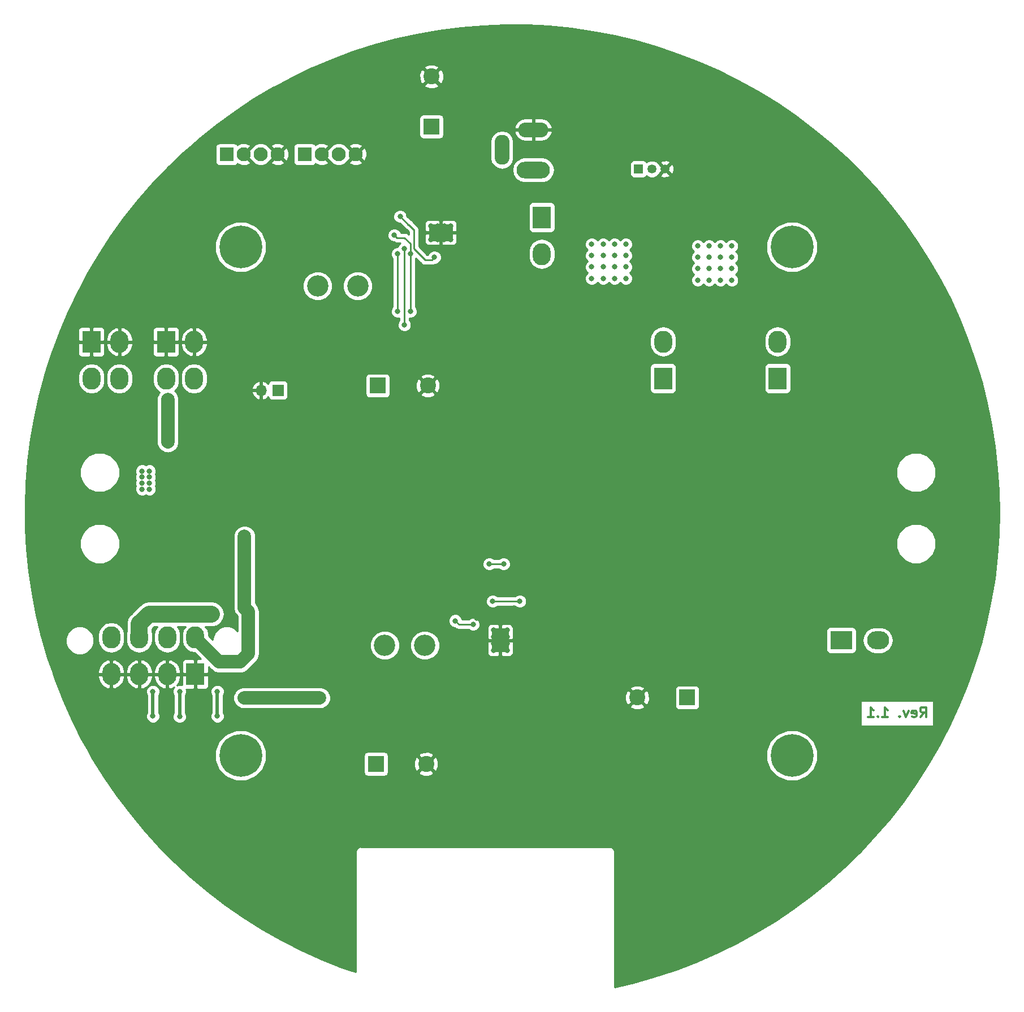
<source format=gbl>
G04 #@! TF.GenerationSoftware,KiCad,Pcbnew,(5.0.0)*
G04 #@! TF.CreationDate,2019-03-27T17:13:10-04:00*
G04 #@! TF.ProjectId,control board power,636F6E74726F6C20626F61726420706F,rev?*
G04 #@! TF.SameCoordinates,Original*
G04 #@! TF.FileFunction,Copper,L2,Bot,Signal*
G04 #@! TF.FilePolarity,Positive*
%FSLAX46Y46*%
G04 Gerber Fmt 4.6, Leading zero omitted, Abs format (unit mm)*
G04 Created by KiCad (PCBNEW (5.0.0)) date 03/27/19 17:13:10*
%MOMM*%
%LPD*%
G01*
G04 APERTURE LIST*
G04 #@! TA.AperFunction,NonConductor*
%ADD10C,0.300000*%
G04 #@! TD*
G04 #@! TA.AperFunction,ComponentPad*
%ADD11C,6.400000*%
G04 #@! TD*
G04 #@! TA.AperFunction,ComponentPad*
%ADD12O,1.700000X1.700000*%
G04 #@! TD*
G04 #@! TA.AperFunction,ComponentPad*
%ADD13R,1.700000X1.700000*%
G04 #@! TD*
G04 #@! TA.AperFunction,ComponentPad*
%ADD14O,2.250000X4.500000*%
G04 #@! TD*
G04 #@! TA.AperFunction,ComponentPad*
%ADD15O,4.500000X2.250000*%
G04 #@! TD*
G04 #@! TA.AperFunction,ComponentPad*
%ADD16O,5.000000X2.500000*%
G04 #@! TD*
G04 #@! TA.AperFunction,ComponentPad*
%ADD17O,2.700000X3.300000*%
G04 #@! TD*
G04 #@! TA.AperFunction,ComponentPad*
%ADD18R,2.700000X3.300000*%
G04 #@! TD*
G04 #@! TA.AperFunction,ComponentPad*
%ADD19C,3.200000*%
G04 #@! TD*
G04 #@! TA.AperFunction,SMDPad,CuDef*
%ADD20R,3.600000X2.600000*%
G04 #@! TD*
G04 #@! TA.AperFunction,ComponentPad*
%ADD21C,1.524000*%
G04 #@! TD*
G04 #@! TA.AperFunction,SMDPad,CuDef*
%ADD22R,2.600000X3.600000*%
G04 #@! TD*
G04 #@! TA.AperFunction,ComponentPad*
%ADD23O,3.300000X2.700000*%
G04 #@! TD*
G04 #@! TA.AperFunction,ComponentPad*
%ADD24R,3.300000X2.700000*%
G04 #@! TD*
G04 #@! TA.AperFunction,ComponentPad*
%ADD25R,2.400000X2.400000*%
G04 #@! TD*
G04 #@! TA.AperFunction,ComponentPad*
%ADD26C,2.400000*%
G04 #@! TD*
G04 #@! TA.AperFunction,ComponentPad*
%ADD27R,1.350000X1.350000*%
G04 #@! TD*
G04 #@! TA.AperFunction,ComponentPad*
%ADD28C,1.350000*%
G04 #@! TD*
G04 #@! TA.AperFunction,ComponentPad*
%ADD29R,2.100000X2.100000*%
G04 #@! TD*
G04 #@! TA.AperFunction,ComponentPad*
%ADD30C,2.100000*%
G04 #@! TD*
G04 #@! TA.AperFunction,ViaPad*
%ADD31C,2.000000*%
G04 #@! TD*
G04 #@! TA.AperFunction,ViaPad*
%ADD32C,0.800000*%
G04 #@! TD*
G04 #@! TA.AperFunction,ViaPad*
%ADD33C,1.200000*%
G04 #@! TD*
G04 #@! TA.AperFunction,ViaPad*
%ADD34C,1.600000*%
G04 #@! TD*
G04 #@! TA.AperFunction,Conductor*
%ADD35C,0.250000*%
G04 #@! TD*
G04 #@! TA.AperFunction,Conductor*
%ADD36C,2.000000*%
G04 #@! TD*
G04 #@! TA.AperFunction,Conductor*
%ADD37C,0.500000*%
G04 #@! TD*
G04 #@! TA.AperFunction,Conductor*
%ADD38C,2.500000*%
G04 #@! TD*
G04 #@! TA.AperFunction,Conductor*
%ADD39C,0.254000*%
G04 #@! TD*
G04 APERTURE END LIST*
D10*
X162722285Y-133203071D02*
X163222285Y-132488785D01*
X163579428Y-133203071D02*
X163579428Y-131703071D01*
X163008000Y-131703071D01*
X162865142Y-131774500D01*
X162793714Y-131845928D01*
X162722285Y-131988785D01*
X162722285Y-132203071D01*
X162793714Y-132345928D01*
X162865142Y-132417357D01*
X163008000Y-132488785D01*
X163579428Y-132488785D01*
X161508000Y-133131642D02*
X161650857Y-133203071D01*
X161936571Y-133203071D01*
X162079428Y-133131642D01*
X162150857Y-132988785D01*
X162150857Y-132417357D01*
X162079428Y-132274500D01*
X161936571Y-132203071D01*
X161650857Y-132203071D01*
X161508000Y-132274500D01*
X161436571Y-132417357D01*
X161436571Y-132560214D01*
X162150857Y-132703071D01*
X160936571Y-132203071D02*
X160579428Y-133203071D01*
X160222285Y-132203071D01*
X159650857Y-133060214D02*
X159579428Y-133131642D01*
X159650857Y-133203071D01*
X159722285Y-133131642D01*
X159650857Y-133060214D01*
X159650857Y-133203071D01*
X157008000Y-133203071D02*
X157865142Y-133203071D01*
X157436571Y-133203071D02*
X157436571Y-131703071D01*
X157579428Y-131917357D01*
X157722285Y-132060214D01*
X157865142Y-132131642D01*
X156365142Y-133060214D02*
X156293714Y-133131642D01*
X156365142Y-133203071D01*
X156436571Y-133131642D01*
X156365142Y-133060214D01*
X156365142Y-133203071D01*
X154865142Y-133203071D02*
X155722285Y-133203071D01*
X155293714Y-133203071D02*
X155293714Y-131703071D01*
X155436571Y-131917357D01*
X155579428Y-132060214D01*
X155722285Y-132131642D01*
D11*
G04 #@! TO.P,REF\002A\002A,1*
G04 #@! TO.N,N/C*
X60960000Y-138938000D03*
G04 #@! TD*
G04 #@! TO.P,REF\002A\002A,1*
G04 #@! TO.N,N/C*
X143510000Y-62738000D03*
G04 #@! TD*
G04 #@! TO.P,REF\002A\002A,1*
G04 #@! TO.N,N/C*
X60960000Y-62738000D03*
G04 #@! TD*
G04 #@! TO.P,REF\002A\002A,1*
G04 #@! TO.N,N/C*
X143510000Y-138938000D03*
G04 #@! TD*
D12*
G04 #@! TO.P,J2,2*
G04 #@! TO.N,GND*
X64008000Y-84201000D03*
D13*
G04 #@! TO.P,J2,1*
G04 #@! TO.N,+5V*
X66548000Y-84201000D03*
G04 #@! TD*
D14*
G04 #@! TO.P,J3,3*
G04 #@! TO.N,N/C*
X100075000Y-48181000D03*
D15*
G04 #@! TO.P,J3,2*
G04 #@! TO.N,GND*
X104775000Y-45181000D03*
D16*
G04 #@! TO.P,J3,1*
G04 #@! TO.N,+48V*
X104775000Y-51181000D03*
G04 #@! TD*
D17*
G04 #@! TO.P,J6,8*
G04 #@! TO.N,+48V*
X41565500Y-121246000D03*
G04 #@! TO.P,J6,7*
G04 #@! TO.N,+24V*
X45765500Y-121246000D03*
G04 #@! TO.P,J6,6*
G04 #@! TO.N,+5V*
X49965500Y-121246000D03*
G04 #@! TO.P,J6,5*
G04 #@! TO.N,+3V3*
X54165500Y-121246000D03*
G04 #@! TO.P,J6,4*
G04 #@! TO.N,GND*
X41565500Y-126746000D03*
G04 #@! TO.P,J6,3*
X45765500Y-126746000D03*
G04 #@! TO.P,J6,2*
X49965500Y-126746000D03*
D18*
G04 #@! TO.P,J6,1*
X54165500Y-126746000D03*
G04 #@! TD*
D19*
G04 #@! TO.P,L1,2*
G04 #@! TO.N,+5V*
X72486000Y-68580000D03*
G04 #@! TO.P,L1,1*
G04 #@! TO.N,Net-(C6-Pad2)*
X78486000Y-68580000D03*
G04 #@! TD*
G04 #@! TO.P,L2,2*
G04 #@! TO.N,+5V*
X82519000Y-122428000D03*
G04 #@! TO.P,L2,1*
G04 #@! TO.N,Net-(C8-Pad2)*
X88519000Y-122428000D03*
G04 #@! TD*
D20*
G04 #@! TO.P,U2,37*
G04 #@! TO.N,GND*
X90932000Y-60579000D03*
D21*
X90932000Y-60579000D03*
G04 #@! TD*
D22*
G04 #@! TO.P,U3,37*
G04 #@! TO.N,GND*
X99822000Y-121666000D03*
D21*
X99822000Y-121666000D03*
G04 #@! TD*
D17*
G04 #@! TO.P,J10,2*
G04 #@! TO.N,+48V*
X106045000Y-63793000D03*
D18*
G04 #@! TO.P,J10,1*
X106045000Y-58293000D03*
G04 #@! TD*
D17*
G04 #@! TO.P,J4,2*
G04 #@! TO.N,Net-(D9-Pad2)*
X124206000Y-76923000D03*
D18*
G04 #@! TO.P,J4,1*
G04 #@! TO.N,/SWITCH_A_HIGH*
X124206000Y-82423000D03*
G04 #@! TD*
D17*
G04 #@! TO.P,J17,2*
G04 #@! TO.N,Net-(D10-Pad2)*
X141351000Y-76923000D03*
D18*
G04 #@! TO.P,J17,1*
G04 #@! TO.N,/SWITCH_B_HIGH*
X141351000Y-82423000D03*
G04 #@! TD*
D23*
G04 #@! TO.P,J1,2*
G04 #@! TO.N,+24V*
X156376000Y-121666000D03*
D24*
G04 #@! TO.P,J1,1*
X150876000Y-121666000D03*
G04 #@! TD*
D17*
G04 #@! TO.P,J9,4*
G04 #@! TO.N,+5V*
X42808000Y-82462000D03*
G04 #@! TO.P,J9,3*
G04 #@! TO.N,+3V3*
X38608000Y-82462000D03*
G04 #@! TO.P,J9,2*
G04 #@! TO.N,GND*
X42808000Y-76962000D03*
D18*
G04 #@! TO.P,J9,1*
X38608000Y-76962000D03*
G04 #@! TD*
D17*
G04 #@! TO.P,J11,4*
G04 #@! TO.N,+5V*
X53984000Y-82462000D03*
G04 #@! TO.P,J11,3*
G04 #@! TO.N,+3V3*
X49784000Y-82462000D03*
G04 #@! TO.P,J11,2*
G04 #@! TO.N,GND*
X53984000Y-76962000D03*
D18*
G04 #@! TO.P,J11,1*
X49784000Y-76962000D03*
G04 #@! TD*
D25*
G04 #@! TO.P,C14,1*
G04 #@! TO.N,+5V*
X81470500Y-83502500D03*
D26*
G04 #@! TO.P,C14,2*
G04 #@! TO.N,GND*
X88970500Y-83502500D03*
G04 #@! TD*
G04 #@! TO.P,C25,2*
G04 #@! TO.N,GND*
X88716500Y-140208000D03*
D25*
G04 #@! TO.P,C25,1*
G04 #@! TO.N,+3V3*
X81216500Y-140208000D03*
G04 #@! TD*
G04 #@! TO.P,C26,1*
G04 #@! TO.N,+24V*
X127825500Y-130238500D03*
D26*
G04 #@! TO.P,C26,2*
G04 #@! TO.N,GND*
X120325500Y-130238500D03*
G04 #@! TD*
G04 #@! TO.P,C27,2*
G04 #@! TO.N,GND*
X89535000Y-37204000D03*
D25*
G04 #@! TO.P,C27,1*
G04 #@! TO.N,+48V*
X89535000Y-44704000D03*
G04 #@! TD*
D27*
G04 #@! TO.P,J5,1*
G04 #@! TO.N,/SWITCH_A*
X120523000Y-51054000D03*
D28*
G04 #@! TO.P,J5,2*
G04 #@! TO.N,/SWITCH_B*
X122523000Y-51054000D03*
G04 #@! TO.P,J5,3*
G04 #@! TO.N,GND*
X124523000Y-51054000D03*
G04 #@! TD*
D29*
G04 #@! TO.P,J12,1*
G04 #@! TO.N,+5V*
X58857501Y-48860001D03*
D30*
G04 #@! TO.P,J12,2*
G04 #@! TO.N,GND*
X61397501Y-48860001D03*
G04 #@! TO.P,J12,3*
G04 #@! TO.N,+5V*
X63937501Y-48860001D03*
G04 #@! TO.P,J12,4*
G04 #@! TO.N,GND*
X66477501Y-48860001D03*
G04 #@! TD*
G04 #@! TO.P,J13,4*
G04 #@! TO.N,GND*
X78157501Y-48860001D03*
G04 #@! TO.P,J13,3*
G04 #@! TO.N,+5V*
X75617501Y-48860001D03*
G04 #@! TO.P,J13,2*
G04 #@! TO.N,GND*
X73077501Y-48860001D03*
D29*
G04 #@! TO.P,J13,1*
G04 #@! TO.N,+5V*
X70537501Y-48860001D03*
G04 #@! TD*
D31*
G04 #@! TO.N,GND*
X102235000Y-141986000D03*
X98806000Y-141986000D03*
X98806000Y-139446000D03*
X102235000Y-139446000D03*
X88773000Y-108839000D03*
X86233000Y-106553000D03*
X88773000Y-106553000D03*
X86233000Y-109982000D03*
X88773000Y-111125000D03*
X88773000Y-113411000D03*
X86233000Y-113411000D03*
D32*
X100838000Y-123142000D03*
X100838000Y-120142000D03*
X98806000Y-121142000D03*
X98806000Y-122142000D03*
X99822000Y-120142000D03*
X98806000Y-123142000D03*
X99822000Y-123142000D03*
X100838000Y-122174000D03*
X100838000Y-121158000D03*
X98806000Y-120142000D03*
X89408000Y-61595000D03*
X53594000Y-99949000D03*
X52641500Y-99949000D03*
X96012000Y-58547000D03*
X101778147Y-126440853D03*
X102743000Y-125730000D03*
X89408000Y-60579000D03*
X89408000Y-59563000D03*
X90408000Y-61595000D03*
X90424000Y-59563000D03*
X91408000Y-61595000D03*
X91440000Y-59563000D03*
X92408000Y-61595000D03*
X92408000Y-60579000D03*
X92408000Y-59563000D03*
X86106000Y-58039000D03*
X104140000Y-121158000D03*
X101854000Y-116840000D03*
X96266000Y-118364000D03*
D31*
X131445000Y-58928000D03*
X96012000Y-69850000D03*
X96012000Y-72136000D03*
X96012000Y-74422000D03*
X60579000Y-69850000D03*
X60579000Y-72136000D03*
X60579000Y-74422000D03*
X60579000Y-76708000D03*
X60579000Y-78994000D03*
X123698000Y-87884000D03*
X139573000Y-88519000D03*
D32*
X91567000Y-56642000D03*
X56388000Y-100457000D03*
X52197000Y-103886000D03*
D31*
X115697000Y-58547000D03*
D32*
X121666000Y-55880000D03*
X112395000Y-55880000D03*
X102743000Y-110580000D03*
D33*
X92329000Y-127762000D03*
D32*
X67310000Y-156845000D03*
X67310000Y-153606500D03*
X67310000Y-150304500D03*
X67310000Y-147320000D03*
X74295000Y-59182000D03*
X81407000Y-57912000D03*
X81788000Y-56769000D03*
X85090000Y-54864000D03*
X93345000Y-54737000D03*
D34*
X99060000Y-66675000D03*
D32*
X112776000Y-42100500D03*
X112776000Y-36385500D03*
G04 #@! TO.N,+3V3*
X47285500Y-99016000D03*
X46184000Y-99016000D03*
X47285500Y-98116000D03*
X46184000Y-98116000D03*
X47285500Y-96316000D03*
X46184000Y-96316000D03*
D31*
X50038000Y-91948000D03*
X50038000Y-85598000D03*
D32*
X46184000Y-97205000D03*
X47285500Y-97205000D03*
D31*
X61531500Y-106108500D03*
X61531500Y-115379500D03*
D32*
X57467500Y-133032500D03*
X57467500Y-129349500D03*
G04 #@! TO.N,+5V*
X102743000Y-115824000D03*
X98679000Y-115824000D03*
X95771998Y-119292479D03*
X93091000Y-118745000D03*
X51816000Y-133096000D03*
X51816000Y-129349500D03*
G04 #@! TO.N,+24V*
X47815500Y-133032500D03*
X47815500Y-129349500D03*
D31*
X56578500Y-117729000D03*
D32*
G04 #@! TO.N,Net-(C5-Pad1)*
X89983182Y-64290182D03*
X84836000Y-58166000D03*
G04 #@! TO.N,Net-(C7-Pad1)*
X98171000Y-110236000D03*
X100325347Y-110240653D03*
G04 #@! TO.N,Net-(C10-Pad2)*
X86360000Y-63754000D03*
X86360000Y-72390000D03*
X83947000Y-60960000D03*
G04 #@! TO.N,Net-(U2-Pad15)*
X85471000Y-62992000D03*
X85471000Y-74422000D03*
G04 #@! TO.N,Net-(U2-Pad12)*
X84455000Y-63754000D03*
X84455000Y-72390000D03*
D31*
G04 #@! TO.N,+48V*
X72771000Y-130302000D03*
X61468000Y-130302000D03*
D32*
G04 #@! TO.N,Net-(D9-Pad2)*
X115218000Y-67437000D03*
X113518000Y-67437000D03*
X113518000Y-64037000D03*
X116918000Y-62337000D03*
X115218000Y-62337000D03*
X113518000Y-62337000D03*
X113518000Y-65737000D03*
X116918000Y-65737000D03*
X115218000Y-65737000D03*
X118618000Y-64037000D03*
X116918000Y-64037000D03*
X115218000Y-64037000D03*
X116918000Y-67437000D03*
X118618000Y-65737000D03*
X118618000Y-62337000D03*
X118618000Y-67437000D03*
G04 #@! TO.N,Net-(D10-Pad2)*
X131093000Y-67691000D03*
X129393000Y-67691000D03*
X129393000Y-64291000D03*
X132793000Y-62591000D03*
X131093000Y-62591000D03*
X129393000Y-62591000D03*
X129393000Y-65991000D03*
X132793000Y-65991000D03*
X131093000Y-65991000D03*
X134493000Y-64291000D03*
X132793000Y-64291000D03*
X131093000Y-64291000D03*
X132793000Y-67691000D03*
X134493000Y-65991000D03*
X134493000Y-62591000D03*
X134493000Y-67691000D03*
G04 #@! TD*
D35*
G04 #@! TO.N,GND*
X101778147Y-126440853D02*
X101829294Y-126492000D01*
X104775000Y-45181000D02*
X104775000Y-43806000D01*
D36*
G04 #@! TO.N,+3V3*
X50038000Y-91948000D02*
X50038000Y-85598000D01*
X61531500Y-115379500D02*
X61531500Y-106235500D01*
D37*
X57467500Y-133032500D02*
X57467500Y-129349500D01*
D36*
X61531500Y-116793713D02*
X62103000Y-117365213D01*
X61531500Y-115379500D02*
X61531500Y-116793713D01*
X62103000Y-117365213D02*
X62103000Y-123698000D01*
X62103000Y-123698000D02*
X60896500Y-124904500D01*
X60896500Y-124904500D02*
X57721500Y-124904500D01*
X57721500Y-124904500D02*
X54229000Y-121412000D01*
D35*
G04 #@! TO.N,+5V*
X102743000Y-115824000D02*
X98679000Y-115824000D01*
X95771998Y-119292479D02*
X93638479Y-119292479D01*
X93638479Y-119292479D02*
X93599000Y-119253000D01*
X93091000Y-118745000D02*
X93490999Y-119144999D01*
X93490999Y-119144999D02*
X93599000Y-119253000D01*
D37*
X51816000Y-133096000D02*
X51816000Y-129349500D01*
D38*
G04 #@! TO.N,+24V*
X54292500Y-117729000D02*
X52878287Y-117729000D01*
X52878287Y-117729000D02*
X47244000Y-117729000D01*
X47244000Y-117729000D02*
X45783500Y-119189500D01*
X45783500Y-119189500D02*
X45783500Y-121412000D01*
D37*
X47815500Y-133032500D02*
X47815500Y-129349500D01*
D38*
X54292500Y-117729000D02*
X56578500Y-117729000D01*
D35*
G04 #@! TO.N,Net-(C5-Pad1)*
X89583183Y-64690181D02*
X88566181Y-64690181D01*
X89983182Y-64290182D02*
X89583183Y-64690181D01*
X88566181Y-64690181D02*
X86868000Y-62992000D01*
X86868000Y-60139588D02*
X86810009Y-60081597D01*
X86868000Y-62992000D02*
X86868000Y-60139588D01*
X86810009Y-60081597D02*
X86135206Y-59406794D01*
X86135206Y-59406794D02*
X86076794Y-59406794D01*
X86076794Y-59406794D02*
X84836000Y-58166000D01*
G04 #@! TO.N,Net-(C7-Pad1)*
X98171000Y-110236000D02*
X100320694Y-110236000D01*
X100320694Y-110236000D02*
X100325347Y-110240653D01*
G04 #@! TO.N,Net-(C10-Pad2)*
X86360000Y-63754000D02*
X86360000Y-72390000D01*
X84346999Y-61359999D02*
X85489999Y-61359999D01*
X83947000Y-60960000D02*
X84346999Y-61359999D01*
X85489999Y-61359999D02*
X86360000Y-62230000D01*
X86360000Y-62230000D02*
X86360000Y-63627000D01*
G04 #@! TO.N,Net-(U2-Pad15)*
X85471000Y-62992000D02*
X85471000Y-63557685D01*
X85471000Y-63557685D02*
X85471000Y-72136000D01*
X85471000Y-72136000D02*
X85471000Y-74422000D01*
G04 #@! TO.N,Net-(U2-Pad12)*
X84455000Y-63754000D02*
X84455000Y-64319685D01*
X84455000Y-64319685D02*
X84455000Y-72009000D01*
X84455000Y-72009000D02*
X84455000Y-72390000D01*
D36*
G04 #@! TO.N,+48V*
X72771000Y-130302000D02*
X61468000Y-130302000D01*
G04 #@! TD*
D39*
G04 #@! TO.N,GND*
G36*
X103802694Y-29486062D02*
X107106317Y-29661005D01*
X110398583Y-29985628D01*
X113672719Y-30459262D01*
X116922026Y-31080939D01*
X120139760Y-31849366D01*
X123319351Y-32762978D01*
X126454210Y-33819878D01*
X129537907Y-35017902D01*
X132564059Y-36354567D01*
X135526489Y-37827145D01*
X138419053Y-39432582D01*
X141235812Y-41167583D01*
X143970992Y-43028592D01*
X146618896Y-45011733D01*
X149174133Y-47112963D01*
X151631419Y-49327942D01*
X153985709Y-51652121D01*
X156232128Y-54080691D01*
X158366078Y-56608678D01*
X160383147Y-59230854D01*
X162279180Y-61941814D01*
X164050302Y-64736025D01*
X165692848Y-67607705D01*
X167203421Y-70550911D01*
X168578930Y-73559619D01*
X169816542Y-76627633D01*
X170913710Y-79748646D01*
X171868163Y-82916193D01*
X172677951Y-86123805D01*
X173341388Y-89364794D01*
X173857131Y-92632605D01*
X174224101Y-95920400D01*
X174441550Y-99221499D01*
X174509028Y-102529023D01*
X174426395Y-105836249D01*
X174193827Y-109136260D01*
X173811793Y-112422381D01*
X173281085Y-115687776D01*
X172602803Y-118925702D01*
X171778328Y-122129559D01*
X170809366Y-125292716D01*
X169697911Y-128408665D01*
X168446262Y-131470959D01*
X167056976Y-134473347D01*
X165532922Y-137409620D01*
X163877256Y-140273708D01*
X162093352Y-143059772D01*
X160184914Y-145762024D01*
X158155843Y-148374942D01*
X156010332Y-150893123D01*
X153752812Y-153311371D01*
X151387898Y-155624740D01*
X148920494Y-157828432D01*
X146355647Y-159917940D01*
X143698686Y-161888924D01*
X140955024Y-163737371D01*
X138130322Y-165459463D01*
X135230438Y-167051626D01*
X132261301Y-168510612D01*
X129229039Y-169833404D01*
X126139890Y-171017284D01*
X123000222Y-172059811D01*
X119816499Y-172958837D01*
X116940000Y-173631858D01*
X116940000Y-153424888D01*
X116954399Y-153352500D01*
X116897354Y-153065717D01*
X116734905Y-152822595D01*
X116491783Y-152660146D01*
X116277388Y-152617500D01*
X116205000Y-152603101D01*
X116132612Y-152617500D01*
X79002888Y-152617500D01*
X78930500Y-152603101D01*
X78718760Y-152645219D01*
X78643717Y-152660146D01*
X78400595Y-152822595D01*
X78238146Y-153065717D01*
X78181101Y-153352500D01*
X78195500Y-153424888D01*
X78195501Y-171395739D01*
X76029388Y-170640093D01*
X72958424Y-169409851D01*
X69946412Y-168041560D01*
X66999582Y-166538049D01*
X64123975Y-164902401D01*
X61325552Y-163138008D01*
X58610012Y-161248460D01*
X55983008Y-159237690D01*
X53449916Y-157109818D01*
X51015961Y-154869230D01*
X48686138Y-152520523D01*
X46465284Y-150068575D01*
X44357916Y-147518373D01*
X42368423Y-144875227D01*
X40500864Y-142144530D01*
X38759114Y-139331951D01*
X38113440Y-138175171D01*
X57125000Y-138175171D01*
X57125000Y-139700829D01*
X57708844Y-141110353D01*
X58787647Y-142189156D01*
X60197171Y-142773000D01*
X61722829Y-142773000D01*
X63132353Y-142189156D01*
X64211156Y-141110353D01*
X64795000Y-139700829D01*
X64795000Y-139008000D01*
X79369060Y-139008000D01*
X79369060Y-141408000D01*
X79418343Y-141655765D01*
X79558691Y-141865809D01*
X79768735Y-142006157D01*
X80016500Y-142055440D01*
X82416500Y-142055440D01*
X82664265Y-142006157D01*
X82874309Y-141865809D01*
X83014657Y-141655765D01*
X83044610Y-141505175D01*
X87598930Y-141505175D01*
X87722065Y-141792788D01*
X88404234Y-142052707D01*
X89133943Y-142031786D01*
X89710935Y-141792788D01*
X89834070Y-141505175D01*
X88716500Y-140387605D01*
X87598930Y-141505175D01*
X83044610Y-141505175D01*
X83063940Y-141408000D01*
X83063940Y-139895734D01*
X86871793Y-139895734D01*
X86892714Y-140625443D01*
X87131712Y-141202435D01*
X87419325Y-141325570D01*
X88536895Y-140208000D01*
X88896105Y-140208000D01*
X90013675Y-141325570D01*
X90301288Y-141202435D01*
X90561207Y-140520266D01*
X90540286Y-139790557D01*
X90301288Y-139213565D01*
X90013675Y-139090430D01*
X88896105Y-140208000D01*
X88536895Y-140208000D01*
X87419325Y-139090430D01*
X87131712Y-139213565D01*
X86871793Y-139895734D01*
X83063940Y-139895734D01*
X83063940Y-139008000D01*
X83044611Y-138910825D01*
X87598930Y-138910825D01*
X88716500Y-140028395D01*
X89834070Y-138910825D01*
X89710935Y-138623212D01*
X89028766Y-138363293D01*
X88299057Y-138384214D01*
X87722065Y-138623212D01*
X87598930Y-138910825D01*
X83044611Y-138910825D01*
X83014657Y-138760235D01*
X82874309Y-138550191D01*
X82664265Y-138409843D01*
X82416500Y-138360560D01*
X80016500Y-138360560D01*
X79768735Y-138409843D01*
X79558691Y-138550191D01*
X79418343Y-138760235D01*
X79369060Y-139008000D01*
X64795000Y-139008000D01*
X64795000Y-138175171D01*
X139675000Y-138175171D01*
X139675000Y-139700829D01*
X140258844Y-141110353D01*
X141337647Y-142189156D01*
X142747171Y-142773000D01*
X144272829Y-142773000D01*
X145682353Y-142189156D01*
X146761156Y-141110353D01*
X147345000Y-139700829D01*
X147345000Y-138175171D01*
X146761156Y-136765647D01*
X145682353Y-135686844D01*
X144272829Y-135103000D01*
X142747171Y-135103000D01*
X141337647Y-135686844D01*
X140258844Y-136765647D01*
X139675000Y-138175171D01*
X64795000Y-138175171D01*
X64211156Y-136765647D01*
X63132353Y-135686844D01*
X61722829Y-135103000D01*
X60197171Y-135103000D01*
X58787647Y-135686844D01*
X57708844Y-136765647D01*
X57125000Y-138175171D01*
X38113440Y-138175171D01*
X37146739Y-136443246D01*
X35667056Y-133484359D01*
X34323124Y-130461398D01*
X33807525Y-129143626D01*
X46780500Y-129143626D01*
X46780500Y-129555374D01*
X46930501Y-129917509D01*
X46930500Y-132464493D01*
X46780500Y-132826626D01*
X46780500Y-133238374D01*
X46938069Y-133618780D01*
X47229220Y-133909931D01*
X47609626Y-134067500D01*
X48021374Y-134067500D01*
X48401780Y-133909931D01*
X48692931Y-133618780D01*
X48850500Y-133238374D01*
X48850500Y-132826626D01*
X48700500Y-132464493D01*
X48700500Y-129917507D01*
X48850500Y-129555374D01*
X48850500Y-129143626D01*
X48692931Y-128763220D01*
X48401780Y-128472069D01*
X48021374Y-128314500D01*
X47609626Y-128314500D01*
X47229220Y-128472069D01*
X46938069Y-128763220D01*
X46780500Y-129143626D01*
X33807525Y-129143626D01*
X33117711Y-127380599D01*
X32945220Y-126873000D01*
X39580500Y-126873000D01*
X39580500Y-127173000D01*
X39780200Y-127922959D01*
X40251696Y-128539409D01*
X40923206Y-128928501D01*
X41130177Y-128982677D01*
X41438500Y-128867829D01*
X41438500Y-126873000D01*
X41692500Y-126873000D01*
X41692500Y-128867829D01*
X42000823Y-128982677D01*
X42207794Y-128928501D01*
X42879304Y-128539409D01*
X43350800Y-127922959D01*
X43550500Y-127173000D01*
X43550500Y-126873000D01*
X43780500Y-126873000D01*
X43780500Y-127173000D01*
X43980200Y-127922959D01*
X44451696Y-128539409D01*
X45123206Y-128928501D01*
X45330177Y-128982677D01*
X45638500Y-128867829D01*
X45638500Y-126873000D01*
X45892500Y-126873000D01*
X45892500Y-128867829D01*
X46200823Y-128982677D01*
X46407794Y-128928501D01*
X47079304Y-128539409D01*
X47550800Y-127922959D01*
X47750500Y-127173000D01*
X47750500Y-126873000D01*
X47980500Y-126873000D01*
X47980500Y-127173000D01*
X48180200Y-127922959D01*
X48651696Y-128539409D01*
X49323206Y-128928501D01*
X49530177Y-128982677D01*
X49838500Y-128867829D01*
X49838500Y-126873000D01*
X50092500Y-126873000D01*
X50092500Y-128867829D01*
X50400823Y-128982677D01*
X50607794Y-128928501D01*
X51001292Y-128700497D01*
X50938569Y-128763220D01*
X50781000Y-129143626D01*
X50781000Y-129555374D01*
X50931001Y-129917509D01*
X50931000Y-132527993D01*
X50781000Y-132890126D01*
X50781000Y-133301874D01*
X50938569Y-133682280D01*
X51229720Y-133973431D01*
X51610126Y-134131000D01*
X52021874Y-134131000D01*
X52402280Y-133973431D01*
X52693431Y-133682280D01*
X52851000Y-133301874D01*
X52851000Y-132890126D01*
X52701000Y-132527993D01*
X52701000Y-129917507D01*
X52851000Y-129555374D01*
X52851000Y-129143626D01*
X56432500Y-129143626D01*
X56432500Y-129555374D01*
X56582501Y-129917509D01*
X56582500Y-132464493D01*
X56432500Y-132826626D01*
X56432500Y-133238374D01*
X56590069Y-133618780D01*
X56881220Y-133909931D01*
X57261626Y-134067500D01*
X57673374Y-134067500D01*
X58053780Y-133909931D01*
X58344931Y-133618780D01*
X58502500Y-133238374D01*
X58502500Y-132826626D01*
X58352500Y-132464493D01*
X58352500Y-130302000D01*
X59800969Y-130302000D01*
X59833000Y-130463031D01*
X59833000Y-130627222D01*
X59895833Y-130778914D01*
X59927864Y-130939945D01*
X60019081Y-131076461D01*
X60081914Y-131228153D01*
X60198014Y-131344253D01*
X60289231Y-131480769D01*
X60425747Y-131571986D01*
X60541847Y-131688086D01*
X60693539Y-131750919D01*
X60830055Y-131842136D01*
X60991086Y-131874167D01*
X61142778Y-131937000D01*
X73096222Y-131937000D01*
X73247914Y-131874167D01*
X73408945Y-131842136D01*
X73545461Y-131750919D01*
X73697153Y-131688086D01*
X73813253Y-131571986D01*
X73867596Y-131535675D01*
X119207930Y-131535675D01*
X119331065Y-131823288D01*
X120013234Y-132083207D01*
X120742943Y-132062286D01*
X121319935Y-131823288D01*
X121443070Y-131535675D01*
X120325500Y-130418105D01*
X119207930Y-131535675D01*
X73867596Y-131535675D01*
X73949769Y-131480769D01*
X74040986Y-131344253D01*
X74157086Y-131228153D01*
X74219919Y-131076461D01*
X74311136Y-130939945D01*
X74343167Y-130778914D01*
X74406000Y-130627222D01*
X74406000Y-130463031D01*
X74438031Y-130302000D01*
X74406000Y-130140969D01*
X74406000Y-129976778D01*
X74385064Y-129926234D01*
X118480793Y-129926234D01*
X118501714Y-130655943D01*
X118740712Y-131232935D01*
X119028325Y-131356070D01*
X120145895Y-130238500D01*
X120505105Y-130238500D01*
X121622675Y-131356070D01*
X121910288Y-131232935D01*
X122170207Y-130550766D01*
X122149286Y-129821057D01*
X121910288Y-129244065D01*
X121622675Y-129120930D01*
X120505105Y-130238500D01*
X120145895Y-130238500D01*
X119028325Y-129120930D01*
X118740712Y-129244065D01*
X118480793Y-129926234D01*
X74385064Y-129926234D01*
X74343167Y-129825086D01*
X74311136Y-129664055D01*
X74219919Y-129527539D01*
X74157086Y-129375847D01*
X74040986Y-129259747D01*
X73949769Y-129123231D01*
X73813253Y-129032014D01*
X73722564Y-128941325D01*
X119207930Y-128941325D01*
X120325500Y-130058895D01*
X121345895Y-129038500D01*
X125978060Y-129038500D01*
X125978060Y-131438500D01*
X126027343Y-131686265D01*
X126167691Y-131896309D01*
X126377735Y-132036657D01*
X126625500Y-132085940D01*
X129025500Y-132085940D01*
X129273265Y-132036657D01*
X129483309Y-131896309D01*
X129623657Y-131686265D01*
X129672940Y-131438500D01*
X129672940Y-130734500D01*
X153794429Y-130734500D01*
X153794429Y-134554500D01*
X164721572Y-134554500D01*
X164721572Y-130734500D01*
X153794429Y-130734500D01*
X129672940Y-130734500D01*
X129672940Y-129038500D01*
X129623657Y-128790735D01*
X129483309Y-128580691D01*
X129273265Y-128440343D01*
X129025500Y-128391060D01*
X126625500Y-128391060D01*
X126377735Y-128440343D01*
X126167691Y-128580691D01*
X126027343Y-128790735D01*
X125978060Y-129038500D01*
X121345895Y-129038500D01*
X121443070Y-128941325D01*
X121319935Y-128653712D01*
X120637766Y-128393793D01*
X119908057Y-128414714D01*
X119331065Y-128653712D01*
X119207930Y-128941325D01*
X73722564Y-128941325D01*
X73697153Y-128915914D01*
X73545461Y-128853081D01*
X73408945Y-128761864D01*
X73247914Y-128729833D01*
X73096222Y-128667000D01*
X61142778Y-128667000D01*
X60991086Y-128729833D01*
X60830055Y-128761864D01*
X60693539Y-128853081D01*
X60541847Y-128915914D01*
X60425747Y-129032014D01*
X60289231Y-129123231D01*
X60198014Y-129259747D01*
X60081914Y-129375847D01*
X60019081Y-129527539D01*
X59927864Y-129664055D01*
X59895833Y-129825086D01*
X59833000Y-129976778D01*
X59833000Y-130140969D01*
X59800969Y-130302000D01*
X58352500Y-130302000D01*
X58352500Y-129917507D01*
X58502500Y-129555374D01*
X58502500Y-129143626D01*
X58344931Y-128763220D01*
X58053780Y-128472069D01*
X57673374Y-128314500D01*
X57261626Y-128314500D01*
X56881220Y-128472069D01*
X56590069Y-128763220D01*
X56432500Y-129143626D01*
X52851000Y-129143626D01*
X52804349Y-129031000D01*
X53879750Y-129031000D01*
X54038500Y-128872250D01*
X54038500Y-126873000D01*
X54292500Y-126873000D01*
X54292500Y-128872250D01*
X54451250Y-129031000D01*
X55641809Y-129031000D01*
X55875198Y-128934327D01*
X56053827Y-128755699D01*
X56150500Y-128522310D01*
X56150500Y-127031750D01*
X55991750Y-126873000D01*
X54292500Y-126873000D01*
X54038500Y-126873000D01*
X52339250Y-126873000D01*
X52180500Y-127031750D01*
X52180500Y-128380205D01*
X52021874Y-128314500D01*
X51610126Y-128314500D01*
X51377688Y-128410779D01*
X51750800Y-127922959D01*
X51950500Y-127173000D01*
X51950500Y-126873000D01*
X50092500Y-126873000D01*
X49838500Y-126873000D01*
X47980500Y-126873000D01*
X47750500Y-126873000D01*
X45892500Y-126873000D01*
X45638500Y-126873000D01*
X43780500Y-126873000D01*
X43550500Y-126873000D01*
X41692500Y-126873000D01*
X41438500Y-126873000D01*
X39580500Y-126873000D01*
X32945220Y-126873000D01*
X32756960Y-126319000D01*
X39580500Y-126319000D01*
X39580500Y-126619000D01*
X41438500Y-126619000D01*
X41438500Y-124624171D01*
X41692500Y-124624171D01*
X41692500Y-126619000D01*
X43550500Y-126619000D01*
X43550500Y-126319000D01*
X43780500Y-126319000D01*
X43780500Y-126619000D01*
X45638500Y-126619000D01*
X45638500Y-124624171D01*
X45892500Y-124624171D01*
X45892500Y-126619000D01*
X47750500Y-126619000D01*
X47750500Y-126319000D01*
X47980500Y-126319000D01*
X47980500Y-126619000D01*
X49838500Y-126619000D01*
X49838500Y-124624171D01*
X50092500Y-124624171D01*
X50092500Y-126619000D01*
X51950500Y-126619000D01*
X51950500Y-126319000D01*
X51750800Y-125569041D01*
X51292383Y-124969690D01*
X52180500Y-124969690D01*
X52180500Y-126460250D01*
X52339250Y-126619000D01*
X54038500Y-126619000D01*
X54038500Y-124619750D01*
X53879750Y-124461000D01*
X52689191Y-124461000D01*
X52455802Y-124557673D01*
X52277173Y-124736301D01*
X52180500Y-124969690D01*
X51292383Y-124969690D01*
X51279304Y-124952591D01*
X50607794Y-124563499D01*
X50400823Y-124509323D01*
X50092500Y-124624171D01*
X49838500Y-124624171D01*
X49530177Y-124509323D01*
X49323206Y-124563499D01*
X48651696Y-124952591D01*
X48180200Y-125569041D01*
X47980500Y-126319000D01*
X47750500Y-126319000D01*
X47550800Y-125569041D01*
X47079304Y-124952591D01*
X46407794Y-124563499D01*
X46200823Y-124509323D01*
X45892500Y-124624171D01*
X45638500Y-124624171D01*
X45330177Y-124509323D01*
X45123206Y-124563499D01*
X44451696Y-124952591D01*
X43980200Y-125569041D01*
X43780500Y-126319000D01*
X43550500Y-126319000D01*
X43350800Y-125569041D01*
X42879304Y-124952591D01*
X42207794Y-124563499D01*
X42000823Y-124509323D01*
X41692500Y-124624171D01*
X41438500Y-124624171D01*
X41130177Y-124509323D01*
X40923206Y-124563499D01*
X40251696Y-124952591D01*
X39780200Y-125569041D01*
X39580500Y-126319000D01*
X32756960Y-126319000D01*
X32053293Y-124248292D01*
X31193065Y-121281322D01*
X34730500Y-121281322D01*
X34730500Y-122130678D01*
X35055534Y-122915380D01*
X35656120Y-123515966D01*
X36440822Y-123841000D01*
X37290178Y-123841000D01*
X38074880Y-123515966D01*
X38675466Y-122915380D01*
X39000500Y-122130678D01*
X39000500Y-121281322D01*
X38780626Y-120750497D01*
X39580500Y-120750497D01*
X39580500Y-121741502D01*
X39695671Y-122320507D01*
X40134395Y-122977105D01*
X40790992Y-123415829D01*
X41565500Y-123569888D01*
X42340007Y-123415829D01*
X42996605Y-122977105D01*
X43435329Y-122320508D01*
X43550500Y-121741503D01*
X43550500Y-120750498D01*
X43550500Y-120750497D01*
X43780500Y-120750497D01*
X43780500Y-121741502D01*
X43895671Y-122320507D01*
X44334395Y-122977105D01*
X44990992Y-123415829D01*
X45765500Y-123569888D01*
X46540007Y-123415829D01*
X47196605Y-122977105D01*
X47635329Y-122320508D01*
X47750500Y-121741503D01*
X47750500Y-120750498D01*
X47668500Y-120338255D01*
X47668500Y-119970292D01*
X48024793Y-119614000D01*
X48468176Y-119614000D01*
X48095671Y-120171492D01*
X47980500Y-120750497D01*
X47980500Y-121741502D01*
X48095671Y-122320507D01*
X48534395Y-122977105D01*
X49190992Y-123415829D01*
X49965500Y-123569888D01*
X50740007Y-123415829D01*
X51396605Y-122977105D01*
X51835329Y-122320508D01*
X51950500Y-121741503D01*
X51950500Y-120750498D01*
X51835329Y-120171492D01*
X51462825Y-119614000D01*
X52668176Y-119614000D01*
X52295671Y-120171492D01*
X52180500Y-120750497D01*
X52180500Y-121741502D01*
X52295671Y-122320507D01*
X52734395Y-122977105D01*
X53390992Y-123415829D01*
X54052091Y-123547330D01*
X54965761Y-124461000D01*
X54451250Y-124461000D01*
X54292500Y-124619750D01*
X54292500Y-126619000D01*
X55991750Y-126619000D01*
X56150500Y-126460250D01*
X56150500Y-125645739D01*
X56451514Y-125946753D01*
X56542731Y-126083269D01*
X57083555Y-126444636D01*
X57560469Y-126539500D01*
X57560470Y-126539500D01*
X57721500Y-126571531D01*
X57882530Y-126539500D01*
X60735470Y-126539500D01*
X60896500Y-126571531D01*
X61057530Y-126539500D01*
X61057531Y-126539500D01*
X61534445Y-126444636D01*
X62075269Y-126083269D01*
X62166488Y-125946750D01*
X63145252Y-124967987D01*
X63281769Y-124876769D01*
X63473470Y-124589868D01*
X63643136Y-124335946D01*
X63770031Y-123698000D01*
X63738000Y-123536969D01*
X63738000Y-121983431D01*
X80284000Y-121983431D01*
X80284000Y-122872569D01*
X80624259Y-123694026D01*
X81252974Y-124322741D01*
X82074431Y-124663000D01*
X82963569Y-124663000D01*
X83785026Y-124322741D01*
X84413741Y-123694026D01*
X84754000Y-122872569D01*
X84754000Y-121983431D01*
X86284000Y-121983431D01*
X86284000Y-122872569D01*
X86624259Y-123694026D01*
X87252974Y-124322741D01*
X88074431Y-124663000D01*
X88963569Y-124663000D01*
X89785026Y-124322741D01*
X90413741Y-123694026D01*
X90754000Y-122872569D01*
X90754000Y-121983431D01*
X90740878Y-121951750D01*
X97887000Y-121951750D01*
X97887000Y-123592309D01*
X97983673Y-123825698D01*
X98162301Y-124004327D01*
X98395690Y-124101000D01*
X99536250Y-124101000D01*
X99695000Y-123942250D01*
X99695000Y-121793000D01*
X99949000Y-121793000D01*
X99949000Y-123942250D01*
X100107750Y-124101000D01*
X101248310Y-124101000D01*
X101481699Y-124004327D01*
X101660327Y-123825698D01*
X101757000Y-123592309D01*
X101757000Y-121951750D01*
X101598250Y-121793000D01*
X99949000Y-121793000D01*
X99695000Y-121793000D01*
X98045750Y-121793000D01*
X97887000Y-121951750D01*
X90740878Y-121951750D01*
X90413741Y-121161974D01*
X89785026Y-120533259D01*
X88963569Y-120193000D01*
X88074431Y-120193000D01*
X87252974Y-120533259D01*
X86624259Y-121161974D01*
X86284000Y-121983431D01*
X84754000Y-121983431D01*
X84413741Y-121161974D01*
X83785026Y-120533259D01*
X82963569Y-120193000D01*
X82074431Y-120193000D01*
X81252974Y-120533259D01*
X80624259Y-121161974D01*
X80284000Y-121983431D01*
X63738000Y-121983431D01*
X63738000Y-118539126D01*
X92056000Y-118539126D01*
X92056000Y-118950874D01*
X92213569Y-119331280D01*
X92504720Y-119622431D01*
X92885126Y-119780000D01*
X93050187Y-119780000D01*
X93090550Y-119840408D01*
X93341942Y-120008383D01*
X93563627Y-120052479D01*
X93563631Y-120052479D01*
X93638479Y-120067367D01*
X93713327Y-120052479D01*
X95068287Y-120052479D01*
X95185718Y-120169910D01*
X95566124Y-120327479D01*
X95977872Y-120327479D01*
X96358278Y-120169910D01*
X96649429Y-119878759D01*
X96707032Y-119739691D01*
X97887000Y-119739691D01*
X97887000Y-121380250D01*
X98045750Y-121539000D01*
X99695000Y-121539000D01*
X99695000Y-119389750D01*
X99949000Y-119389750D01*
X99949000Y-121539000D01*
X101598250Y-121539000D01*
X101757000Y-121380250D01*
X101757000Y-120316000D01*
X148578560Y-120316000D01*
X148578560Y-123016000D01*
X148627843Y-123263765D01*
X148768191Y-123473809D01*
X148978235Y-123614157D01*
X149226000Y-123663440D01*
X152526000Y-123663440D01*
X152773765Y-123614157D01*
X152983809Y-123473809D01*
X153124157Y-123263765D01*
X153173440Y-123016000D01*
X153173440Y-121666000D01*
X154052112Y-121666000D01*
X154206171Y-122440508D01*
X154644895Y-123097105D01*
X155301492Y-123535829D01*
X155880497Y-123651000D01*
X156871503Y-123651000D01*
X157450508Y-123535829D01*
X158107105Y-123097105D01*
X158545829Y-122440508D01*
X158699888Y-121666000D01*
X158545829Y-120891492D01*
X158107105Y-120234895D01*
X157450508Y-119796171D01*
X156871503Y-119681000D01*
X155880497Y-119681000D01*
X155301492Y-119796171D01*
X154644895Y-120234895D01*
X154206171Y-120891492D01*
X154052112Y-121666000D01*
X153173440Y-121666000D01*
X153173440Y-120316000D01*
X153124157Y-120068235D01*
X152983809Y-119858191D01*
X152773765Y-119717843D01*
X152526000Y-119668560D01*
X149226000Y-119668560D01*
X148978235Y-119717843D01*
X148768191Y-119858191D01*
X148627843Y-120068235D01*
X148578560Y-120316000D01*
X101757000Y-120316000D01*
X101757000Y-119739691D01*
X101660327Y-119506302D01*
X101481699Y-119327673D01*
X101248310Y-119231000D01*
X100107750Y-119231000D01*
X99949000Y-119389750D01*
X99695000Y-119389750D01*
X99536250Y-119231000D01*
X98395690Y-119231000D01*
X98162301Y-119327673D01*
X97983673Y-119506302D01*
X97887000Y-119739691D01*
X96707032Y-119739691D01*
X96806998Y-119498353D01*
X96806998Y-119086605D01*
X96649429Y-118706199D01*
X96358278Y-118415048D01*
X95977872Y-118257479D01*
X95566124Y-118257479D01*
X95185718Y-118415048D01*
X95068287Y-118532479D01*
X94123247Y-118532479D01*
X93968431Y-118158720D01*
X93677280Y-117867569D01*
X93296874Y-117710000D01*
X92885126Y-117710000D01*
X92504720Y-117867569D01*
X92213569Y-118158720D01*
X92056000Y-118539126D01*
X63738000Y-118539126D01*
X63738000Y-117526242D01*
X63770031Y-117365212D01*
X63706641Y-117046531D01*
X63643136Y-116727268D01*
X63281769Y-116186444D01*
X63166500Y-116109424D01*
X63166500Y-115618126D01*
X97644000Y-115618126D01*
X97644000Y-116029874D01*
X97801569Y-116410280D01*
X98092720Y-116701431D01*
X98473126Y-116859000D01*
X98884874Y-116859000D01*
X99265280Y-116701431D01*
X99382711Y-116584000D01*
X102039289Y-116584000D01*
X102156720Y-116701431D01*
X102537126Y-116859000D01*
X102948874Y-116859000D01*
X103329280Y-116701431D01*
X103620431Y-116410280D01*
X103778000Y-116029874D01*
X103778000Y-115618126D01*
X103620431Y-115237720D01*
X103329280Y-114946569D01*
X102948874Y-114789000D01*
X102537126Y-114789000D01*
X102156720Y-114946569D01*
X102039289Y-115064000D01*
X99382711Y-115064000D01*
X99265280Y-114946569D01*
X98884874Y-114789000D01*
X98473126Y-114789000D01*
X98092720Y-114946569D01*
X97801569Y-115237720D01*
X97644000Y-115618126D01*
X63166500Y-115618126D01*
X63166500Y-110030126D01*
X97136000Y-110030126D01*
X97136000Y-110441874D01*
X97293569Y-110822280D01*
X97584720Y-111113431D01*
X97965126Y-111271000D01*
X98376874Y-111271000D01*
X98757280Y-111113431D01*
X98874711Y-110996000D01*
X99616983Y-110996000D01*
X99739067Y-111118084D01*
X100119473Y-111275653D01*
X100531221Y-111275653D01*
X100911627Y-111118084D01*
X101202778Y-110826933D01*
X101360347Y-110446527D01*
X101360347Y-110034779D01*
X101202778Y-109654373D01*
X100911627Y-109363222D01*
X100531221Y-109205653D01*
X100119473Y-109205653D01*
X99739067Y-109363222D01*
X99626289Y-109476000D01*
X98874711Y-109476000D01*
X98757280Y-109358569D01*
X98376874Y-109201000D01*
X97965126Y-109201000D01*
X97584720Y-109358569D01*
X97293569Y-109649720D01*
X97136000Y-110030126D01*
X63166500Y-110030126D01*
X63166500Y-106619746D01*
X159092900Y-106619746D01*
X159092900Y-107807054D01*
X159547263Y-108903984D01*
X160386816Y-109743537D01*
X161483746Y-110197900D01*
X162671054Y-110197900D01*
X163767984Y-109743537D01*
X164607537Y-108903984D01*
X165061900Y-107807054D01*
X165061900Y-106619746D01*
X164607537Y-105522816D01*
X163767984Y-104683263D01*
X162671054Y-104228900D01*
X161483746Y-104228900D01*
X160386816Y-104683263D01*
X159547263Y-105522816D01*
X159092900Y-106619746D01*
X63166500Y-106619746D01*
X63166500Y-105783278D01*
X62917586Y-105182347D01*
X62457653Y-104722414D01*
X61856722Y-104473500D01*
X61206278Y-104473500D01*
X60605347Y-104722414D01*
X60145414Y-105182347D01*
X59896500Y-105783278D01*
X59896500Y-106433722D01*
X59896501Y-106433724D01*
X59896500Y-115054278D01*
X59896500Y-116632683D01*
X59864469Y-116793713D01*
X59896500Y-116954743D01*
X59896500Y-116954744D01*
X59991365Y-117431658D01*
X60352732Y-117972482D01*
X60468000Y-118049502D01*
X60468000Y-120289154D01*
X60074880Y-119896034D01*
X59290178Y-119571000D01*
X58440822Y-119571000D01*
X57656120Y-119896034D01*
X57055534Y-120496620D01*
X56730500Y-121281322D01*
X56730500Y-121601262D01*
X56150500Y-121021262D01*
X56150500Y-120750498D01*
X56035329Y-120171492D01*
X55662825Y-119614000D01*
X56764155Y-119614000D01*
X57313990Y-119504631D01*
X57937509Y-119088009D01*
X58354131Y-118464490D01*
X58500429Y-117729000D01*
X58354131Y-116993510D01*
X57937509Y-116369991D01*
X57313990Y-115953369D01*
X56764155Y-115844000D01*
X47429653Y-115844000D01*
X47244000Y-115807071D01*
X47058346Y-115844000D01*
X47058345Y-115844000D01*
X46508510Y-115953369D01*
X46324522Y-116076306D01*
X46042381Y-116264826D01*
X46042380Y-116264827D01*
X45884991Y-116369991D01*
X45779827Y-116527380D01*
X44581882Y-117725325D01*
X44424491Y-117830491D01*
X44007869Y-118454011D01*
X43898500Y-119003846D01*
X43898500Y-119003850D01*
X43861572Y-119189500D01*
X43898500Y-119375150D01*
X43898500Y-120167257D01*
X43895671Y-120171492D01*
X43780500Y-120750497D01*
X43550500Y-120750497D01*
X43435329Y-120171492D01*
X42996605Y-119514895D01*
X42340008Y-119076171D01*
X41565500Y-118922112D01*
X40790993Y-119076171D01*
X40134396Y-119514895D01*
X39695671Y-120171492D01*
X39580500Y-120750497D01*
X38780626Y-120750497D01*
X38675466Y-120496620D01*
X38074880Y-119896034D01*
X37290178Y-119571000D01*
X36440822Y-119571000D01*
X35656120Y-119896034D01*
X35055534Y-120496620D01*
X34730500Y-121281322D01*
X31193065Y-121281322D01*
X31132057Y-121070905D01*
X30355903Y-117854990D01*
X29726441Y-114607230D01*
X29244947Y-111334207D01*
X28912424Y-108042721D01*
X28833647Y-106619746D01*
X36868100Y-106619746D01*
X36868100Y-107807054D01*
X37322463Y-108903984D01*
X38162016Y-109743537D01*
X39258946Y-110197900D01*
X40446254Y-110197900D01*
X41543184Y-109743537D01*
X42382737Y-108903984D01*
X42837100Y-107807054D01*
X42837100Y-106619746D01*
X42382737Y-105522816D01*
X41543184Y-104683263D01*
X40446254Y-104228900D01*
X39258946Y-104228900D01*
X38162016Y-104683263D01*
X37322463Y-105522816D01*
X36868100Y-106619746D01*
X28833647Y-106619746D01*
X28729558Y-104739569D01*
X28696719Y-101431482D01*
X28813979Y-98125336D01*
X28994170Y-95900946D01*
X36868100Y-95900946D01*
X36868100Y-97088254D01*
X37322463Y-98185184D01*
X38162016Y-99024737D01*
X39258946Y-99479100D01*
X40446254Y-99479100D01*
X41543184Y-99024737D01*
X42382737Y-98185184D01*
X42837100Y-97088254D01*
X42837100Y-96110126D01*
X45149000Y-96110126D01*
X45149000Y-96521874D01*
X45247842Y-96760500D01*
X45149000Y-96999126D01*
X45149000Y-97410874D01*
X45252398Y-97660500D01*
X45149000Y-97910126D01*
X45149000Y-98321874D01*
X45250120Y-98566000D01*
X45149000Y-98810126D01*
X45149000Y-99221874D01*
X45306569Y-99602280D01*
X45597720Y-99893431D01*
X45978126Y-100051000D01*
X46389874Y-100051000D01*
X46734750Y-99908148D01*
X47079626Y-100051000D01*
X47491374Y-100051000D01*
X47871780Y-99893431D01*
X48162931Y-99602280D01*
X48320500Y-99221874D01*
X48320500Y-98810126D01*
X48219380Y-98566000D01*
X48320500Y-98321874D01*
X48320500Y-97910126D01*
X48217102Y-97660500D01*
X48320500Y-97410874D01*
X48320500Y-96999126D01*
X48221658Y-96760500D01*
X48320500Y-96521874D01*
X48320500Y-96110126D01*
X48233855Y-95900946D01*
X159092900Y-95900946D01*
X159092900Y-97088254D01*
X159547263Y-98185184D01*
X160386816Y-99024737D01*
X161483746Y-99479100D01*
X162671054Y-99479100D01*
X163767984Y-99024737D01*
X164607537Y-98185184D01*
X165061900Y-97088254D01*
X165061900Y-95900946D01*
X164607537Y-94804016D01*
X163767984Y-93964463D01*
X162671054Y-93510100D01*
X161483746Y-93510100D01*
X160386816Y-93964463D01*
X159547263Y-94804016D01*
X159092900Y-95900946D01*
X48233855Y-95900946D01*
X48162931Y-95729720D01*
X47871780Y-95438569D01*
X47491374Y-95281000D01*
X47079626Y-95281000D01*
X46734750Y-95423852D01*
X46389874Y-95281000D01*
X45978126Y-95281000D01*
X45597720Y-95438569D01*
X45306569Y-95729720D01*
X45149000Y-96110126D01*
X42837100Y-96110126D01*
X42837100Y-95900946D01*
X42382737Y-94804016D01*
X41543184Y-93964463D01*
X40446254Y-93510100D01*
X39258946Y-93510100D01*
X38162016Y-93964463D01*
X37322463Y-94804016D01*
X36868100Y-95900946D01*
X28994170Y-95900946D01*
X29081094Y-94827913D01*
X29497518Y-91545977D01*
X30062385Y-88286350D01*
X30774543Y-85055675D01*
X31604092Y-81966498D01*
X36623000Y-81966498D01*
X36623000Y-82957503D01*
X36738171Y-83536508D01*
X37176896Y-84193105D01*
X37833493Y-84631829D01*
X38608000Y-84785888D01*
X39382508Y-84631829D01*
X40039105Y-84193105D01*
X40477829Y-83536508D01*
X40593000Y-82957502D01*
X40593000Y-81966498D01*
X40823000Y-81966498D01*
X40823000Y-82957503D01*
X40938171Y-83536508D01*
X41376896Y-84193105D01*
X42033493Y-84631829D01*
X42808000Y-84785888D01*
X43582508Y-84631829D01*
X44239105Y-84193105D01*
X44677829Y-83536508D01*
X44793000Y-82957502D01*
X44793000Y-81966498D01*
X47799000Y-81966498D01*
X47799000Y-82957503D01*
X47914171Y-83536508D01*
X48352896Y-84193105D01*
X48807404Y-84496797D01*
X48768017Y-84555744D01*
X48651914Y-84671847D01*
X48589079Y-84823543D01*
X48497865Y-84960055D01*
X48465835Y-85121081D01*
X48403000Y-85272778D01*
X48403000Y-85923222D01*
X48403001Y-85923224D01*
X48403000Y-91622778D01*
X48403000Y-92273222D01*
X48465833Y-92424915D01*
X48497864Y-92585944D01*
X48589080Y-92722459D01*
X48651914Y-92874153D01*
X48768014Y-92990253D01*
X48859231Y-93126769D01*
X48995747Y-93217986D01*
X49111847Y-93334086D01*
X49263539Y-93396919D01*
X49400055Y-93488136D01*
X49561086Y-93520167D01*
X49712778Y-93583000D01*
X49876969Y-93583000D01*
X50038000Y-93615031D01*
X50199031Y-93583000D01*
X50363222Y-93583000D01*
X50514915Y-93520167D01*
X50675944Y-93488136D01*
X50812459Y-93396920D01*
X50964153Y-93334086D01*
X51080253Y-93217986D01*
X51216769Y-93126769D01*
X51307986Y-92990253D01*
X51424086Y-92874153D01*
X51486919Y-92722461D01*
X51578136Y-92585945D01*
X51610167Y-92424914D01*
X51673000Y-92273222D01*
X51673000Y-85272778D01*
X51610167Y-85121086D01*
X51578136Y-84960055D01*
X51486919Y-84823539D01*
X51424086Y-84671847D01*
X51307986Y-84555747D01*
X51216769Y-84419231D01*
X51080253Y-84328014D01*
X51053395Y-84301156D01*
X51215105Y-84193105D01*
X51653829Y-83536508D01*
X51769000Y-82957502D01*
X51769000Y-81966498D01*
X51999000Y-81966498D01*
X51999000Y-82957503D01*
X52114171Y-83536508D01*
X52552896Y-84193105D01*
X53209493Y-84631829D01*
X53984000Y-84785888D01*
X54758508Y-84631829D01*
X54869162Y-84557892D01*
X62566514Y-84557892D01*
X62812817Y-85082358D01*
X63241076Y-85472645D01*
X63651110Y-85642476D01*
X63881000Y-85521155D01*
X63881000Y-84328000D01*
X62687181Y-84328000D01*
X62566514Y-84557892D01*
X54869162Y-84557892D01*
X55415105Y-84193105D01*
X55648297Y-83844108D01*
X62566514Y-83844108D01*
X62687181Y-84074000D01*
X63881000Y-84074000D01*
X63881000Y-82880845D01*
X64135000Y-82880845D01*
X64135000Y-84074000D01*
X64155000Y-84074000D01*
X64155000Y-84328000D01*
X64135000Y-84328000D01*
X64135000Y-85521155D01*
X64364890Y-85642476D01*
X64774924Y-85472645D01*
X65079261Y-85195292D01*
X65099843Y-85298765D01*
X65240191Y-85508809D01*
X65450235Y-85649157D01*
X65698000Y-85698440D01*
X67398000Y-85698440D01*
X67645765Y-85649157D01*
X67855809Y-85508809D01*
X67996157Y-85298765D01*
X68045440Y-85051000D01*
X68045440Y-83351000D01*
X67996157Y-83103235D01*
X67855809Y-82893191D01*
X67645765Y-82752843D01*
X67398000Y-82703560D01*
X65698000Y-82703560D01*
X65450235Y-82752843D01*
X65240191Y-82893191D01*
X65099843Y-83103235D01*
X65079261Y-83206708D01*
X64774924Y-82929355D01*
X64364890Y-82759524D01*
X64135000Y-82880845D01*
X63881000Y-82880845D01*
X63651110Y-82759524D01*
X63241076Y-82929355D01*
X62812817Y-83319642D01*
X62566514Y-83844108D01*
X55648297Y-83844108D01*
X55853829Y-83536508D01*
X55969000Y-82957502D01*
X55969000Y-82302500D01*
X79623060Y-82302500D01*
X79623060Y-84702500D01*
X79672343Y-84950265D01*
X79812691Y-85160309D01*
X80022735Y-85300657D01*
X80270500Y-85349940D01*
X82670500Y-85349940D01*
X82918265Y-85300657D01*
X83128309Y-85160309D01*
X83268657Y-84950265D01*
X83298610Y-84799675D01*
X87852930Y-84799675D01*
X87976065Y-85087288D01*
X88658234Y-85347207D01*
X89387943Y-85326286D01*
X89964935Y-85087288D01*
X90088070Y-84799675D01*
X88970500Y-83682105D01*
X87852930Y-84799675D01*
X83298610Y-84799675D01*
X83317940Y-84702500D01*
X83317940Y-83190234D01*
X87125793Y-83190234D01*
X87146714Y-83919943D01*
X87385712Y-84496935D01*
X87673325Y-84620070D01*
X88790895Y-83502500D01*
X89150105Y-83502500D01*
X90267675Y-84620070D01*
X90555288Y-84496935D01*
X90815207Y-83814766D01*
X90794286Y-83085057D01*
X90555288Y-82508065D01*
X90267675Y-82384930D01*
X89150105Y-83502500D01*
X88790895Y-83502500D01*
X87673325Y-82384930D01*
X87385712Y-82508065D01*
X87125793Y-83190234D01*
X83317940Y-83190234D01*
X83317940Y-82302500D01*
X83298611Y-82205325D01*
X87852930Y-82205325D01*
X88970500Y-83322895D01*
X90088070Y-82205325D01*
X89964935Y-81917712D01*
X89282766Y-81657793D01*
X88553057Y-81678714D01*
X87976065Y-81917712D01*
X87852930Y-82205325D01*
X83298611Y-82205325D01*
X83268657Y-82054735D01*
X83128309Y-81844691D01*
X82918265Y-81704343D01*
X82670500Y-81655060D01*
X80270500Y-81655060D01*
X80022735Y-81704343D01*
X79812691Y-81844691D01*
X79672343Y-82054735D01*
X79623060Y-82302500D01*
X55969000Y-82302500D01*
X55969000Y-81966497D01*
X55853829Y-81387492D01*
X55443239Y-80773000D01*
X122208560Y-80773000D01*
X122208560Y-84073000D01*
X122257843Y-84320765D01*
X122398191Y-84530809D01*
X122608235Y-84671157D01*
X122856000Y-84720440D01*
X125556000Y-84720440D01*
X125803765Y-84671157D01*
X126013809Y-84530809D01*
X126154157Y-84320765D01*
X126203440Y-84073000D01*
X126203440Y-80773000D01*
X139353560Y-80773000D01*
X139353560Y-84073000D01*
X139402843Y-84320765D01*
X139543191Y-84530809D01*
X139753235Y-84671157D01*
X140001000Y-84720440D01*
X142701000Y-84720440D01*
X142948765Y-84671157D01*
X143158809Y-84530809D01*
X143299157Y-84320765D01*
X143348440Y-84073000D01*
X143348440Y-80773000D01*
X143299157Y-80525235D01*
X143158809Y-80315191D01*
X142948765Y-80174843D01*
X142701000Y-80125560D01*
X140001000Y-80125560D01*
X139753235Y-80174843D01*
X139543191Y-80315191D01*
X139402843Y-80525235D01*
X139353560Y-80773000D01*
X126203440Y-80773000D01*
X126154157Y-80525235D01*
X126013809Y-80315191D01*
X125803765Y-80174843D01*
X125556000Y-80125560D01*
X122856000Y-80125560D01*
X122608235Y-80174843D01*
X122398191Y-80315191D01*
X122257843Y-80525235D01*
X122208560Y-80773000D01*
X55443239Y-80773000D01*
X55415105Y-80730895D01*
X54758507Y-80292171D01*
X53984000Y-80138112D01*
X53209492Y-80292171D01*
X52552895Y-80730895D01*
X52114171Y-81387493D01*
X51999000Y-81966498D01*
X51769000Y-81966498D01*
X51769000Y-81966497D01*
X51653829Y-81387492D01*
X51215105Y-80730895D01*
X50558507Y-80292171D01*
X49784000Y-80138112D01*
X49009492Y-80292171D01*
X48352895Y-80730895D01*
X47914171Y-81387493D01*
X47799000Y-81966498D01*
X44793000Y-81966498D01*
X44793000Y-81966497D01*
X44677829Y-81387492D01*
X44239105Y-80730895D01*
X43582507Y-80292171D01*
X42808000Y-80138112D01*
X42033492Y-80292171D01*
X41376895Y-80730895D01*
X40938171Y-81387493D01*
X40823000Y-81966498D01*
X40593000Y-81966498D01*
X40593000Y-81966497D01*
X40477829Y-81387492D01*
X40039105Y-80730895D01*
X39382507Y-80292171D01*
X38608000Y-80138112D01*
X37833492Y-80292171D01*
X37176895Y-80730895D01*
X36738171Y-81387493D01*
X36623000Y-81966498D01*
X31604092Y-81966498D01*
X31632518Y-81860642D01*
X32634551Y-78707805D01*
X33172650Y-77247750D01*
X36623000Y-77247750D01*
X36623000Y-78738310D01*
X36719673Y-78971699D01*
X36898302Y-79150327D01*
X37131691Y-79247000D01*
X38322250Y-79247000D01*
X38481000Y-79088250D01*
X38481000Y-77089000D01*
X38735000Y-77089000D01*
X38735000Y-79088250D01*
X38893750Y-79247000D01*
X40084309Y-79247000D01*
X40317698Y-79150327D01*
X40496327Y-78971699D01*
X40593000Y-78738310D01*
X40593000Y-77247750D01*
X40434250Y-77089000D01*
X40823000Y-77089000D01*
X40823000Y-77389000D01*
X41022700Y-78138959D01*
X41494196Y-78755409D01*
X42165706Y-79144501D01*
X42372677Y-79198677D01*
X42681000Y-79083829D01*
X42681000Y-77089000D01*
X42935000Y-77089000D01*
X42935000Y-79083829D01*
X43243323Y-79198677D01*
X43450294Y-79144501D01*
X44121804Y-78755409D01*
X44593300Y-78138959D01*
X44793000Y-77389000D01*
X44793000Y-77247750D01*
X47799000Y-77247750D01*
X47799000Y-78738310D01*
X47895673Y-78971699D01*
X48074302Y-79150327D01*
X48307691Y-79247000D01*
X49498250Y-79247000D01*
X49657000Y-79088250D01*
X49657000Y-77089000D01*
X49911000Y-77089000D01*
X49911000Y-79088250D01*
X50069750Y-79247000D01*
X51260309Y-79247000D01*
X51493698Y-79150327D01*
X51672327Y-78971699D01*
X51769000Y-78738310D01*
X51769000Y-77247750D01*
X51610250Y-77089000D01*
X51999000Y-77089000D01*
X51999000Y-77389000D01*
X52198700Y-78138959D01*
X52670196Y-78755409D01*
X53341706Y-79144501D01*
X53548677Y-79198677D01*
X53857000Y-79083829D01*
X53857000Y-77089000D01*
X54111000Y-77089000D01*
X54111000Y-79083829D01*
X54419323Y-79198677D01*
X54626294Y-79144501D01*
X55297804Y-78755409D01*
X55769300Y-78138959D01*
X55969000Y-77389000D01*
X55969000Y-77089000D01*
X54111000Y-77089000D01*
X53857000Y-77089000D01*
X51999000Y-77089000D01*
X51610250Y-77089000D01*
X49911000Y-77089000D01*
X49657000Y-77089000D01*
X47957750Y-77089000D01*
X47799000Y-77247750D01*
X44793000Y-77247750D01*
X44793000Y-77089000D01*
X42935000Y-77089000D01*
X42681000Y-77089000D01*
X40823000Y-77089000D01*
X40434250Y-77089000D01*
X38735000Y-77089000D01*
X38481000Y-77089000D01*
X36781750Y-77089000D01*
X36623000Y-77247750D01*
X33172650Y-77247750D01*
X33778573Y-75603670D01*
X33954544Y-75185690D01*
X36623000Y-75185690D01*
X36623000Y-76676250D01*
X36781750Y-76835000D01*
X38481000Y-76835000D01*
X38481000Y-74835750D01*
X38735000Y-74835750D01*
X38735000Y-76835000D01*
X40434250Y-76835000D01*
X40593000Y-76676250D01*
X40593000Y-76535000D01*
X40823000Y-76535000D01*
X40823000Y-76835000D01*
X42681000Y-76835000D01*
X42681000Y-74840171D01*
X42935000Y-74840171D01*
X42935000Y-76835000D01*
X44793000Y-76835000D01*
X44793000Y-76535000D01*
X44593300Y-75785041D01*
X44134883Y-75185690D01*
X47799000Y-75185690D01*
X47799000Y-76676250D01*
X47957750Y-76835000D01*
X49657000Y-76835000D01*
X49657000Y-74835750D01*
X49911000Y-74835750D01*
X49911000Y-76835000D01*
X51610250Y-76835000D01*
X51769000Y-76676250D01*
X51769000Y-76535000D01*
X51999000Y-76535000D01*
X51999000Y-76835000D01*
X53857000Y-76835000D01*
X53857000Y-74840171D01*
X54111000Y-74840171D01*
X54111000Y-76835000D01*
X55969000Y-76835000D01*
X55969000Y-76535000D01*
X55940374Y-76427497D01*
X122221000Y-76427497D01*
X122221000Y-77418502D01*
X122336171Y-77997507D01*
X122774895Y-78654105D01*
X123431492Y-79092829D01*
X124206000Y-79246888D01*
X124980507Y-79092829D01*
X125637105Y-78654105D01*
X126075829Y-77997508D01*
X126191000Y-77418503D01*
X126191000Y-76427498D01*
X126191000Y-76427497D01*
X139366000Y-76427497D01*
X139366000Y-77418502D01*
X139481171Y-77997507D01*
X139919895Y-78654105D01*
X140576492Y-79092829D01*
X141351000Y-79246888D01*
X142125507Y-79092829D01*
X142782105Y-78654105D01*
X143220829Y-77997508D01*
X143336000Y-77418503D01*
X143336000Y-76427498D01*
X143220829Y-75848492D01*
X142782105Y-75191895D01*
X142125508Y-74753171D01*
X141351000Y-74599112D01*
X140576493Y-74753171D01*
X139919896Y-75191895D01*
X139481171Y-75848492D01*
X139366000Y-76427497D01*
X126191000Y-76427497D01*
X126075829Y-75848492D01*
X125637105Y-75191895D01*
X124980508Y-74753171D01*
X124206000Y-74599112D01*
X123431493Y-74753171D01*
X122774896Y-75191895D01*
X122336171Y-75848492D01*
X122221000Y-76427497D01*
X55940374Y-76427497D01*
X55769300Y-75785041D01*
X55297804Y-75168591D01*
X54626294Y-74779499D01*
X54419323Y-74725323D01*
X54111000Y-74840171D01*
X53857000Y-74840171D01*
X53548677Y-74725323D01*
X53341706Y-74779499D01*
X52670196Y-75168591D01*
X52198700Y-75785041D01*
X51999000Y-76535000D01*
X51769000Y-76535000D01*
X51769000Y-75185690D01*
X51672327Y-74952301D01*
X51493698Y-74773673D01*
X51260309Y-74677000D01*
X50069750Y-74677000D01*
X49911000Y-74835750D01*
X49657000Y-74835750D01*
X49498250Y-74677000D01*
X48307691Y-74677000D01*
X48074302Y-74773673D01*
X47895673Y-74952301D01*
X47799000Y-75185690D01*
X44134883Y-75185690D01*
X44121804Y-75168591D01*
X43450294Y-74779499D01*
X43243323Y-74725323D01*
X42935000Y-74840171D01*
X42681000Y-74840171D01*
X42372677Y-74725323D01*
X42165706Y-74779499D01*
X41494196Y-75168591D01*
X41022700Y-75785041D01*
X40823000Y-76535000D01*
X40593000Y-76535000D01*
X40593000Y-75185690D01*
X40496327Y-74952301D01*
X40317698Y-74773673D01*
X40084309Y-74677000D01*
X38893750Y-74677000D01*
X38735000Y-74835750D01*
X38481000Y-74835750D01*
X38322250Y-74677000D01*
X37131691Y-74677000D01*
X36898302Y-74773673D01*
X36719673Y-74952301D01*
X36623000Y-75185690D01*
X33954544Y-75185690D01*
X35062234Y-72554621D01*
X36482872Y-69566972D01*
X37245038Y-68135431D01*
X70251000Y-68135431D01*
X70251000Y-69024569D01*
X70591259Y-69846026D01*
X71219974Y-70474741D01*
X72041431Y-70815000D01*
X72930569Y-70815000D01*
X73752026Y-70474741D01*
X74380741Y-69846026D01*
X74721000Y-69024569D01*
X74721000Y-68135431D01*
X76251000Y-68135431D01*
X76251000Y-69024569D01*
X76591259Y-69846026D01*
X77219974Y-70474741D01*
X78041431Y-70815000D01*
X78930569Y-70815000D01*
X79752026Y-70474741D01*
X80380741Y-69846026D01*
X80721000Y-69024569D01*
X80721000Y-68135431D01*
X80380741Y-67313974D01*
X79752026Y-66685259D01*
X78930569Y-66345000D01*
X78041431Y-66345000D01*
X77219974Y-66685259D01*
X76591259Y-67313974D01*
X76251000Y-68135431D01*
X74721000Y-68135431D01*
X74380741Y-67313974D01*
X73752026Y-66685259D01*
X72930569Y-66345000D01*
X72041431Y-66345000D01*
X71219974Y-66685259D01*
X70591259Y-67313974D01*
X70251000Y-68135431D01*
X37245038Y-68135431D01*
X38037588Y-66646822D01*
X39723167Y-63800208D01*
X40918860Y-61975171D01*
X57125000Y-61975171D01*
X57125000Y-63500829D01*
X57708844Y-64910353D01*
X58787647Y-65989156D01*
X60197171Y-66573000D01*
X61722829Y-66573000D01*
X63132353Y-65989156D01*
X64211156Y-64910353D01*
X64795000Y-63500829D01*
X64795000Y-61975171D01*
X64289227Y-60754126D01*
X82912000Y-60754126D01*
X82912000Y-61165874D01*
X83069569Y-61546280D01*
X83360720Y-61837431D01*
X83741126Y-61995000D01*
X83929382Y-61995000D01*
X84050462Y-62075903D01*
X84272147Y-62119999D01*
X84272151Y-62119999D01*
X84346998Y-62134887D01*
X84421845Y-62119999D01*
X84879290Y-62119999D01*
X84593569Y-62405720D01*
X84463804Y-62719000D01*
X84249126Y-62719000D01*
X83868720Y-62876569D01*
X83577569Y-63167720D01*
X83420000Y-63548126D01*
X83420000Y-63959874D01*
X83577569Y-64340280D01*
X83695000Y-64457711D01*
X83695001Y-71686288D01*
X83577569Y-71803720D01*
X83420000Y-72184126D01*
X83420000Y-72595874D01*
X83577569Y-72976280D01*
X83868720Y-73267431D01*
X84249126Y-73425000D01*
X84660874Y-73425000D01*
X84711001Y-73404237D01*
X84711001Y-73718288D01*
X84593569Y-73835720D01*
X84436000Y-74216126D01*
X84436000Y-74627874D01*
X84593569Y-75008280D01*
X84884720Y-75299431D01*
X85265126Y-75457000D01*
X85676874Y-75457000D01*
X86057280Y-75299431D01*
X86348431Y-75008280D01*
X86506000Y-74627874D01*
X86506000Y-74216126D01*
X86348431Y-73835720D01*
X86231000Y-73718289D01*
X86231000Y-73425000D01*
X86565874Y-73425000D01*
X86946280Y-73267431D01*
X87237431Y-72976280D01*
X87395000Y-72595874D01*
X87395000Y-72184126D01*
X87237431Y-71803720D01*
X87120000Y-71686289D01*
X87120000Y-64457711D01*
X87189455Y-64388256D01*
X87975852Y-65174654D01*
X88018252Y-65238110D01*
X88269644Y-65406085D01*
X88491329Y-65450181D01*
X88491333Y-65450181D01*
X88566181Y-65465069D01*
X88641029Y-65450181D01*
X89508336Y-65450181D01*
X89583183Y-65465069D01*
X89658030Y-65450181D01*
X89658035Y-65450181D01*
X89879720Y-65406085D01*
X90000800Y-65325182D01*
X90189056Y-65325182D01*
X90569462Y-65167613D01*
X90860613Y-64876462D01*
X91018182Y-64496056D01*
X91018182Y-64084308D01*
X90860613Y-63703902D01*
X90569462Y-63412751D01*
X90291217Y-63297498D01*
X104060000Y-63297498D01*
X104060000Y-64288503D01*
X104175171Y-64867508D01*
X104613896Y-65524105D01*
X105270493Y-65962829D01*
X106045000Y-66116888D01*
X106819508Y-65962829D01*
X107476105Y-65524105D01*
X107914829Y-64867508D01*
X108030000Y-64288502D01*
X108030000Y-63297497D01*
X107914829Y-62718492D01*
X107522364Y-62131126D01*
X112483000Y-62131126D01*
X112483000Y-62542874D01*
X112640569Y-62923280D01*
X112904289Y-63187000D01*
X112640569Y-63450720D01*
X112483000Y-63831126D01*
X112483000Y-64242874D01*
X112640569Y-64623280D01*
X112904289Y-64887000D01*
X112640569Y-65150720D01*
X112483000Y-65531126D01*
X112483000Y-65942874D01*
X112640569Y-66323280D01*
X112904289Y-66587000D01*
X112640569Y-66850720D01*
X112483000Y-67231126D01*
X112483000Y-67642874D01*
X112640569Y-68023280D01*
X112931720Y-68314431D01*
X113312126Y-68472000D01*
X113723874Y-68472000D01*
X114104280Y-68314431D01*
X114368000Y-68050711D01*
X114631720Y-68314431D01*
X115012126Y-68472000D01*
X115423874Y-68472000D01*
X115804280Y-68314431D01*
X116068000Y-68050711D01*
X116331720Y-68314431D01*
X116712126Y-68472000D01*
X117123874Y-68472000D01*
X117504280Y-68314431D01*
X117768000Y-68050711D01*
X118031720Y-68314431D01*
X118412126Y-68472000D01*
X118823874Y-68472000D01*
X119204280Y-68314431D01*
X119495431Y-68023280D01*
X119653000Y-67642874D01*
X119653000Y-67231126D01*
X119495431Y-66850720D01*
X119231711Y-66587000D01*
X119495431Y-66323280D01*
X119653000Y-65942874D01*
X119653000Y-65531126D01*
X119495431Y-65150720D01*
X119231711Y-64887000D01*
X119495431Y-64623280D01*
X119653000Y-64242874D01*
X119653000Y-63831126D01*
X119495431Y-63450720D01*
X119231711Y-63187000D01*
X119495431Y-62923280D01*
X119653000Y-62542874D01*
X119653000Y-62385126D01*
X128358000Y-62385126D01*
X128358000Y-62796874D01*
X128515569Y-63177280D01*
X128779289Y-63441000D01*
X128515569Y-63704720D01*
X128358000Y-64085126D01*
X128358000Y-64496874D01*
X128515569Y-64877280D01*
X128779289Y-65141000D01*
X128515569Y-65404720D01*
X128358000Y-65785126D01*
X128358000Y-66196874D01*
X128515569Y-66577280D01*
X128779289Y-66841000D01*
X128515569Y-67104720D01*
X128358000Y-67485126D01*
X128358000Y-67896874D01*
X128515569Y-68277280D01*
X128806720Y-68568431D01*
X129187126Y-68726000D01*
X129598874Y-68726000D01*
X129979280Y-68568431D01*
X130243000Y-68304711D01*
X130506720Y-68568431D01*
X130887126Y-68726000D01*
X131298874Y-68726000D01*
X131679280Y-68568431D01*
X131943000Y-68304711D01*
X132206720Y-68568431D01*
X132587126Y-68726000D01*
X132998874Y-68726000D01*
X133379280Y-68568431D01*
X133643000Y-68304711D01*
X133906720Y-68568431D01*
X134287126Y-68726000D01*
X134698874Y-68726000D01*
X135079280Y-68568431D01*
X135370431Y-68277280D01*
X135528000Y-67896874D01*
X135528000Y-67485126D01*
X135370431Y-67104720D01*
X135106711Y-66841000D01*
X135370431Y-66577280D01*
X135528000Y-66196874D01*
X135528000Y-65785126D01*
X135370431Y-65404720D01*
X135106711Y-65141000D01*
X135370431Y-64877280D01*
X135528000Y-64496874D01*
X135528000Y-64085126D01*
X135370431Y-63704720D01*
X135106711Y-63441000D01*
X135370431Y-63177280D01*
X135528000Y-62796874D01*
X135528000Y-62385126D01*
X135370431Y-62004720D01*
X135340882Y-61975171D01*
X139675000Y-61975171D01*
X139675000Y-63500829D01*
X140258844Y-64910353D01*
X141337647Y-65989156D01*
X142747171Y-66573000D01*
X144272829Y-66573000D01*
X145682353Y-65989156D01*
X146761156Y-64910353D01*
X147345000Y-63500829D01*
X147345000Y-61975171D01*
X146761156Y-60565647D01*
X145682353Y-59486844D01*
X144272829Y-58903000D01*
X142747171Y-58903000D01*
X141337647Y-59486844D01*
X140258844Y-60565647D01*
X139675000Y-61975171D01*
X135340882Y-61975171D01*
X135079280Y-61713569D01*
X134698874Y-61556000D01*
X134287126Y-61556000D01*
X133906720Y-61713569D01*
X133643000Y-61977289D01*
X133379280Y-61713569D01*
X132998874Y-61556000D01*
X132587126Y-61556000D01*
X132206720Y-61713569D01*
X131943000Y-61977289D01*
X131679280Y-61713569D01*
X131298874Y-61556000D01*
X130887126Y-61556000D01*
X130506720Y-61713569D01*
X130243000Y-61977289D01*
X129979280Y-61713569D01*
X129598874Y-61556000D01*
X129187126Y-61556000D01*
X128806720Y-61713569D01*
X128515569Y-62004720D01*
X128358000Y-62385126D01*
X119653000Y-62385126D01*
X119653000Y-62131126D01*
X119495431Y-61750720D01*
X119204280Y-61459569D01*
X118823874Y-61302000D01*
X118412126Y-61302000D01*
X118031720Y-61459569D01*
X117768000Y-61723289D01*
X117504280Y-61459569D01*
X117123874Y-61302000D01*
X116712126Y-61302000D01*
X116331720Y-61459569D01*
X116068000Y-61723289D01*
X115804280Y-61459569D01*
X115423874Y-61302000D01*
X115012126Y-61302000D01*
X114631720Y-61459569D01*
X114368000Y-61723289D01*
X114104280Y-61459569D01*
X113723874Y-61302000D01*
X113312126Y-61302000D01*
X112931720Y-61459569D01*
X112640569Y-61750720D01*
X112483000Y-62131126D01*
X107522364Y-62131126D01*
X107476105Y-62061895D01*
X106819507Y-61623171D01*
X106045000Y-61469112D01*
X105270492Y-61623171D01*
X104613895Y-62061895D01*
X104175171Y-62718493D01*
X104060000Y-63297498D01*
X90291217Y-63297498D01*
X90189056Y-63255182D01*
X89777308Y-63255182D01*
X89396902Y-63412751D01*
X89105751Y-63703902D01*
X89012023Y-63930181D01*
X88880983Y-63930181D01*
X87628000Y-62677199D01*
X87628000Y-60864750D01*
X88497000Y-60864750D01*
X88497000Y-62005310D01*
X88593673Y-62238699D01*
X88772302Y-62417327D01*
X89005691Y-62514000D01*
X90646250Y-62514000D01*
X90805000Y-62355250D01*
X90805000Y-60706000D01*
X91059000Y-60706000D01*
X91059000Y-62355250D01*
X91217750Y-62514000D01*
X92858309Y-62514000D01*
X93091698Y-62417327D01*
X93270327Y-62238699D01*
X93367000Y-62005310D01*
X93367000Y-60864750D01*
X93208250Y-60706000D01*
X91059000Y-60706000D01*
X90805000Y-60706000D01*
X88655750Y-60706000D01*
X88497000Y-60864750D01*
X87628000Y-60864750D01*
X87628000Y-60214436D01*
X87642888Y-60139588D01*
X87628000Y-60064740D01*
X87628000Y-60064736D01*
X87583904Y-59843051D01*
X87415929Y-59591659D01*
X87352473Y-59549259D01*
X86955904Y-59152690D01*
X88497000Y-59152690D01*
X88497000Y-60293250D01*
X88655750Y-60452000D01*
X90805000Y-60452000D01*
X90805000Y-58802750D01*
X91059000Y-58802750D01*
X91059000Y-60452000D01*
X93208250Y-60452000D01*
X93367000Y-60293250D01*
X93367000Y-59152690D01*
X93270327Y-58919301D01*
X93091698Y-58740673D01*
X92858309Y-58644000D01*
X91217750Y-58644000D01*
X91059000Y-58802750D01*
X90805000Y-58802750D01*
X90646250Y-58644000D01*
X89005691Y-58644000D01*
X88772302Y-58740673D01*
X88593673Y-58919301D01*
X88497000Y-59152690D01*
X86955904Y-59152690D01*
X86725537Y-58922324D01*
X86683135Y-58858865D01*
X86443644Y-58698842D01*
X85871000Y-58126199D01*
X85871000Y-57960126D01*
X85713431Y-57579720D01*
X85422280Y-57288569D01*
X85041874Y-57131000D01*
X84630126Y-57131000D01*
X84249720Y-57288569D01*
X83958569Y-57579720D01*
X83801000Y-57960126D01*
X83801000Y-58371874D01*
X83958569Y-58752280D01*
X84249720Y-59043431D01*
X84630126Y-59201000D01*
X84796199Y-59201000D01*
X85486464Y-59891266D01*
X85528865Y-59954723D01*
X85592321Y-59997123D01*
X85768360Y-60114749D01*
X86108001Y-60454391D01*
X86108001Y-60903200D01*
X86080330Y-60875529D01*
X86037928Y-60812070D01*
X85786536Y-60644095D01*
X85564851Y-60599999D01*
X85564846Y-60599999D01*
X85489999Y-60585111D01*
X85415152Y-60599999D01*
X84918159Y-60599999D01*
X84824431Y-60373720D01*
X84533280Y-60082569D01*
X84152874Y-59925000D01*
X83741126Y-59925000D01*
X83360720Y-60082569D01*
X83069569Y-60373720D01*
X82912000Y-60754126D01*
X64289227Y-60754126D01*
X64211156Y-60565647D01*
X63132353Y-59486844D01*
X61722829Y-58903000D01*
X60197171Y-58903000D01*
X58787647Y-59486844D01*
X57708844Y-60565647D01*
X57125000Y-61975171D01*
X40918860Y-61975171D01*
X41536150Y-61032977D01*
X43472774Y-58350868D01*
X44827931Y-56643000D01*
X104047560Y-56643000D01*
X104047560Y-59943000D01*
X104096843Y-60190765D01*
X104237191Y-60400809D01*
X104447235Y-60541157D01*
X104695000Y-60590440D01*
X107395000Y-60590440D01*
X107642765Y-60541157D01*
X107852809Y-60400809D01*
X107993157Y-60190765D01*
X108042440Y-59943000D01*
X108042440Y-56643000D01*
X107993157Y-56395235D01*
X107852809Y-56185191D01*
X107642765Y-56044843D01*
X107395000Y-55995560D01*
X104695000Y-55995560D01*
X104447235Y-56044843D01*
X104237191Y-56185191D01*
X104096843Y-56395235D01*
X104047560Y-56643000D01*
X44827931Y-56643000D01*
X45529110Y-55759324D01*
X47700846Y-53263778D01*
X49686416Y-51181000D01*
X101603071Y-51181000D01*
X101749369Y-51916490D01*
X102165991Y-52540009D01*
X102789510Y-52956631D01*
X103339345Y-53066000D01*
X106210655Y-53066000D01*
X106760490Y-52956631D01*
X107384009Y-52540009D01*
X107800631Y-51916490D01*
X107946929Y-51181000D01*
X107800631Y-50445510D01*
X107756191Y-50379000D01*
X119200560Y-50379000D01*
X119200560Y-51729000D01*
X119249843Y-51976765D01*
X119390191Y-52186809D01*
X119600235Y-52327157D01*
X119848000Y-52376440D01*
X121198000Y-52376440D01*
X121445765Y-52327157D01*
X121655809Y-52186809D01*
X121714842Y-52098461D01*
X121780945Y-52164564D01*
X122262425Y-52364000D01*
X122783575Y-52364000D01*
X123265055Y-52164564D01*
X123458472Y-51971147D01*
X123785458Y-51971147D01*
X123844219Y-52204328D01*
X124336100Y-52376522D01*
X124856434Y-52347375D01*
X125201781Y-52204328D01*
X125260542Y-51971147D01*
X124523000Y-51233605D01*
X123785458Y-51971147D01*
X123458472Y-51971147D01*
X123633564Y-51796055D01*
X123656350Y-51741045D01*
X124343395Y-51054000D01*
X124702605Y-51054000D01*
X125440147Y-51791542D01*
X125673328Y-51732781D01*
X125845522Y-51240900D01*
X125816375Y-50720566D01*
X125673328Y-50375219D01*
X125440147Y-50316458D01*
X124702605Y-51054000D01*
X124343395Y-51054000D01*
X123656350Y-50366955D01*
X123633564Y-50311945D01*
X123458472Y-50136853D01*
X123785458Y-50136853D01*
X124523000Y-50874395D01*
X125260542Y-50136853D01*
X125201781Y-49903672D01*
X124709900Y-49731478D01*
X124189566Y-49760625D01*
X123844219Y-49903672D01*
X123785458Y-50136853D01*
X123458472Y-50136853D01*
X123265055Y-49943436D01*
X122783575Y-49744000D01*
X122262425Y-49744000D01*
X121780945Y-49943436D01*
X121714842Y-50009539D01*
X121655809Y-49921191D01*
X121445765Y-49780843D01*
X121198000Y-49731560D01*
X119848000Y-49731560D01*
X119600235Y-49780843D01*
X119390191Y-49921191D01*
X119249843Y-50131235D01*
X119200560Y-50379000D01*
X107756191Y-50379000D01*
X107384009Y-49821991D01*
X106760490Y-49405369D01*
X106210655Y-49296000D01*
X103339345Y-49296000D01*
X102789510Y-49405369D01*
X102165991Y-49821991D01*
X101749369Y-50445510D01*
X101603071Y-51181000D01*
X49686416Y-51181000D01*
X49983579Y-50869289D01*
X52372583Y-48580817D01*
X53254048Y-47810001D01*
X57160061Y-47810001D01*
X57160061Y-49910001D01*
X57209344Y-50157766D01*
X57349692Y-50367810D01*
X57559736Y-50508158D01*
X57807501Y-50557441D01*
X59907501Y-50557441D01*
X60155266Y-50508158D01*
X60365310Y-50367810D01*
X60457927Y-50229201D01*
X60493188Y-50320746D01*
X61121027Y-50555620D01*
X61790957Y-50532350D01*
X62301814Y-50320746D01*
X62406599Y-50048704D01*
X61397501Y-49039606D01*
X61383359Y-49053749D01*
X61203754Y-48874144D01*
X61217896Y-48860001D01*
X61577106Y-48860001D01*
X62493078Y-49775973D01*
X62509027Y-49814477D01*
X62983025Y-50288475D01*
X63602334Y-50545001D01*
X64272668Y-50545001D01*
X64891977Y-50288475D01*
X65131748Y-50048704D01*
X65468403Y-50048704D01*
X65573188Y-50320746D01*
X66201027Y-50555620D01*
X66870957Y-50532350D01*
X67381814Y-50320746D01*
X67486599Y-50048704D01*
X66477501Y-49039606D01*
X65468403Y-50048704D01*
X65131748Y-50048704D01*
X65365975Y-49814477D01*
X65381924Y-49775973D01*
X66297896Y-48860001D01*
X66657106Y-48860001D01*
X67666204Y-49869099D01*
X67938246Y-49764314D01*
X68173120Y-49136475D01*
X68149850Y-48466545D01*
X67938246Y-47955688D01*
X67666204Y-47850903D01*
X66657106Y-48860001D01*
X66297896Y-48860001D01*
X65381924Y-47944029D01*
X65365975Y-47905525D01*
X65131748Y-47671298D01*
X65468403Y-47671298D01*
X66477501Y-48680396D01*
X67347896Y-47810001D01*
X68840061Y-47810001D01*
X68840061Y-49910001D01*
X68889344Y-50157766D01*
X69029692Y-50367810D01*
X69239736Y-50508158D01*
X69487501Y-50557441D01*
X71587501Y-50557441D01*
X71835266Y-50508158D01*
X72045310Y-50367810D01*
X72137927Y-50229201D01*
X72173188Y-50320746D01*
X72801027Y-50555620D01*
X73470957Y-50532350D01*
X73981814Y-50320746D01*
X74086599Y-50048704D01*
X73077501Y-49039606D01*
X73063359Y-49053749D01*
X72883754Y-48874144D01*
X72897896Y-48860001D01*
X73257106Y-48860001D01*
X74173078Y-49775973D01*
X74189027Y-49814477D01*
X74663025Y-50288475D01*
X75282334Y-50545001D01*
X75952668Y-50545001D01*
X76571977Y-50288475D01*
X76811748Y-50048704D01*
X77148403Y-50048704D01*
X77253188Y-50320746D01*
X77881027Y-50555620D01*
X78550957Y-50532350D01*
X79061814Y-50320746D01*
X79166599Y-50048704D01*
X78157501Y-49039606D01*
X77148403Y-50048704D01*
X76811748Y-50048704D01*
X77045975Y-49814477D01*
X77061924Y-49775973D01*
X77977896Y-48860001D01*
X78337106Y-48860001D01*
X79346204Y-49869099D01*
X79618246Y-49764314D01*
X79724854Y-49479341D01*
X98315000Y-49479341D01*
X98417117Y-49992717D01*
X98806111Y-50574889D01*
X99388282Y-50963883D01*
X100075000Y-51100480D01*
X100761717Y-50963883D01*
X101343889Y-50574889D01*
X101732883Y-49992718D01*
X101835000Y-49479342D01*
X101835000Y-46882658D01*
X101732883Y-46369282D01*
X101343889Y-45787111D01*
X100761718Y-45398117D01*
X100075000Y-45261520D01*
X99388283Y-45398117D01*
X98806112Y-45787111D01*
X98417118Y-46369282D01*
X98315001Y-46882658D01*
X98315000Y-49479341D01*
X79724854Y-49479341D01*
X79853120Y-49136475D01*
X79829850Y-48466545D01*
X79618246Y-47955688D01*
X79346204Y-47850903D01*
X78337106Y-48860001D01*
X77977896Y-48860001D01*
X77061924Y-47944029D01*
X77045975Y-47905525D01*
X76811748Y-47671298D01*
X77148403Y-47671298D01*
X78157501Y-48680396D01*
X79166599Y-47671298D01*
X79061814Y-47399256D01*
X78433975Y-47164382D01*
X77764045Y-47187652D01*
X77253188Y-47399256D01*
X77148403Y-47671298D01*
X76811748Y-47671298D01*
X76571977Y-47431527D01*
X75952668Y-47175001D01*
X75282334Y-47175001D01*
X74663025Y-47431527D01*
X74189027Y-47905525D01*
X74173078Y-47944029D01*
X73257106Y-48860001D01*
X72897896Y-48860001D01*
X72883754Y-48845859D01*
X73063359Y-48666254D01*
X73077501Y-48680396D01*
X74086599Y-47671298D01*
X73981814Y-47399256D01*
X73353975Y-47164382D01*
X72684045Y-47187652D01*
X72173188Y-47399256D01*
X72137927Y-47490801D01*
X72045310Y-47352192D01*
X71835266Y-47211844D01*
X71587501Y-47162561D01*
X69487501Y-47162561D01*
X69239736Y-47211844D01*
X69029692Y-47352192D01*
X68889344Y-47562236D01*
X68840061Y-47810001D01*
X67347896Y-47810001D01*
X67486599Y-47671298D01*
X67381814Y-47399256D01*
X66753975Y-47164382D01*
X66084045Y-47187652D01*
X65573188Y-47399256D01*
X65468403Y-47671298D01*
X65131748Y-47671298D01*
X64891977Y-47431527D01*
X64272668Y-47175001D01*
X63602334Y-47175001D01*
X62983025Y-47431527D01*
X62509027Y-47905525D01*
X62493078Y-47944029D01*
X61577106Y-48860001D01*
X61217896Y-48860001D01*
X61203754Y-48845859D01*
X61383359Y-48666254D01*
X61397501Y-48680396D01*
X62406599Y-47671298D01*
X62301814Y-47399256D01*
X61673975Y-47164382D01*
X61004045Y-47187652D01*
X60493188Y-47399256D01*
X60457927Y-47490801D01*
X60365310Y-47352192D01*
X60155266Y-47211844D01*
X59907501Y-47162561D01*
X57807501Y-47162561D01*
X57559736Y-47211844D01*
X57349692Y-47352192D01*
X57209344Y-47562236D01*
X57160061Y-47810001D01*
X53254048Y-47810001D01*
X54862930Y-46403082D01*
X57449513Y-44340550D01*
X58602247Y-43504000D01*
X87687560Y-43504000D01*
X87687560Y-45904000D01*
X87736843Y-46151765D01*
X87877191Y-46361809D01*
X88087235Y-46502157D01*
X88335000Y-46551440D01*
X90735000Y-46551440D01*
X90982765Y-46502157D01*
X91192809Y-46361809D01*
X91333157Y-46151765D01*
X91382440Y-45904000D01*
X91382440Y-44780957D01*
X101936067Y-44780957D01*
X102053794Y-45054000D01*
X102639951Y-45054000D01*
X102639950Y-45308000D01*
X102053794Y-45308000D01*
X101936067Y-45581043D01*
X101975371Y-45737190D01*
X102315689Y-46335705D01*
X102859144Y-46758427D01*
X103523000Y-46941000D01*
X104648000Y-46941000D01*
X104648000Y-46316050D01*
X104902000Y-46316050D01*
X104902000Y-46941000D01*
X106027000Y-46941000D01*
X106690856Y-46758427D01*
X107234311Y-46335705D01*
X107574629Y-45737190D01*
X107613933Y-45581043D01*
X107496206Y-45308000D01*
X106910050Y-45308000D01*
X106910050Y-45054000D01*
X107496206Y-45054000D01*
X107613933Y-44780957D01*
X107574629Y-44624810D01*
X107234311Y-44026295D01*
X106690856Y-43603573D01*
X106027000Y-43421000D01*
X104902000Y-43421000D01*
X104902000Y-44045950D01*
X104648000Y-44045950D01*
X104648000Y-43421000D01*
X103523000Y-43421000D01*
X102859144Y-43603573D01*
X102315689Y-44026295D01*
X101975371Y-44624810D01*
X101936067Y-44780957D01*
X91382440Y-44780957D01*
X91382440Y-43504000D01*
X91333157Y-43256235D01*
X91192809Y-43046191D01*
X90982765Y-42905843D01*
X90735000Y-42856560D01*
X88335000Y-42856560D01*
X88087235Y-42905843D01*
X87877191Y-43046191D01*
X87736843Y-43256235D01*
X87687560Y-43504000D01*
X58602247Y-43504000D01*
X60126981Y-42397487D01*
X62889854Y-40577870D01*
X65732427Y-38885458D01*
X66450051Y-38501175D01*
X88417430Y-38501175D01*
X88540565Y-38788788D01*
X89222734Y-39048707D01*
X89952443Y-39027786D01*
X90529435Y-38788788D01*
X90652570Y-38501175D01*
X89535000Y-37383605D01*
X88417430Y-38501175D01*
X66450051Y-38501175D01*
X68648814Y-37323753D01*
X69551771Y-36891734D01*
X87690293Y-36891734D01*
X87711214Y-37621443D01*
X87950212Y-38198435D01*
X88237825Y-38321570D01*
X89355395Y-37204000D01*
X89714605Y-37204000D01*
X90832175Y-38321570D01*
X91119788Y-38198435D01*
X91379707Y-37516266D01*
X91358786Y-36786557D01*
X91119788Y-36209565D01*
X90832175Y-36086430D01*
X89714605Y-37204000D01*
X89355395Y-37204000D01*
X88237825Y-36086430D01*
X87950212Y-36209565D01*
X87690293Y-36891734D01*
X69551771Y-36891734D01*
X71610316Y-35906825D01*
X88417430Y-35906825D01*
X89535000Y-37024395D01*
X90652570Y-35906825D01*
X90529435Y-35619212D01*
X89847266Y-35359293D01*
X89117557Y-35380214D01*
X88540565Y-35619212D01*
X88417430Y-35906825D01*
X71610316Y-35906825D01*
X71633061Y-35895943D01*
X74679020Y-34604971D01*
X77780391Y-33453508D01*
X80930820Y-32443911D01*
X84123780Y-31578273D01*
X87352735Y-30858366D01*
X90611007Y-30285678D01*
X93891922Y-29861382D01*
X97188701Y-29586354D01*
X100494583Y-29461162D01*
X103802694Y-29486062D01*
X103802694Y-29486062D01*
G37*
X103802694Y-29486062D02*
X107106317Y-29661005D01*
X110398583Y-29985628D01*
X113672719Y-30459262D01*
X116922026Y-31080939D01*
X120139760Y-31849366D01*
X123319351Y-32762978D01*
X126454210Y-33819878D01*
X129537907Y-35017902D01*
X132564059Y-36354567D01*
X135526489Y-37827145D01*
X138419053Y-39432582D01*
X141235812Y-41167583D01*
X143970992Y-43028592D01*
X146618896Y-45011733D01*
X149174133Y-47112963D01*
X151631419Y-49327942D01*
X153985709Y-51652121D01*
X156232128Y-54080691D01*
X158366078Y-56608678D01*
X160383147Y-59230854D01*
X162279180Y-61941814D01*
X164050302Y-64736025D01*
X165692848Y-67607705D01*
X167203421Y-70550911D01*
X168578930Y-73559619D01*
X169816542Y-76627633D01*
X170913710Y-79748646D01*
X171868163Y-82916193D01*
X172677951Y-86123805D01*
X173341388Y-89364794D01*
X173857131Y-92632605D01*
X174224101Y-95920400D01*
X174441550Y-99221499D01*
X174509028Y-102529023D01*
X174426395Y-105836249D01*
X174193827Y-109136260D01*
X173811793Y-112422381D01*
X173281085Y-115687776D01*
X172602803Y-118925702D01*
X171778328Y-122129559D01*
X170809366Y-125292716D01*
X169697911Y-128408665D01*
X168446262Y-131470959D01*
X167056976Y-134473347D01*
X165532922Y-137409620D01*
X163877256Y-140273708D01*
X162093352Y-143059772D01*
X160184914Y-145762024D01*
X158155843Y-148374942D01*
X156010332Y-150893123D01*
X153752812Y-153311371D01*
X151387898Y-155624740D01*
X148920494Y-157828432D01*
X146355647Y-159917940D01*
X143698686Y-161888924D01*
X140955024Y-163737371D01*
X138130322Y-165459463D01*
X135230438Y-167051626D01*
X132261301Y-168510612D01*
X129229039Y-169833404D01*
X126139890Y-171017284D01*
X123000222Y-172059811D01*
X119816499Y-172958837D01*
X116940000Y-173631858D01*
X116940000Y-153424888D01*
X116954399Y-153352500D01*
X116897354Y-153065717D01*
X116734905Y-152822595D01*
X116491783Y-152660146D01*
X116277388Y-152617500D01*
X116205000Y-152603101D01*
X116132612Y-152617500D01*
X79002888Y-152617500D01*
X78930500Y-152603101D01*
X78718760Y-152645219D01*
X78643717Y-152660146D01*
X78400595Y-152822595D01*
X78238146Y-153065717D01*
X78181101Y-153352500D01*
X78195500Y-153424888D01*
X78195501Y-171395739D01*
X76029388Y-170640093D01*
X72958424Y-169409851D01*
X69946412Y-168041560D01*
X66999582Y-166538049D01*
X64123975Y-164902401D01*
X61325552Y-163138008D01*
X58610012Y-161248460D01*
X55983008Y-159237690D01*
X53449916Y-157109818D01*
X51015961Y-154869230D01*
X48686138Y-152520523D01*
X46465284Y-150068575D01*
X44357916Y-147518373D01*
X42368423Y-144875227D01*
X40500864Y-142144530D01*
X38759114Y-139331951D01*
X38113440Y-138175171D01*
X57125000Y-138175171D01*
X57125000Y-139700829D01*
X57708844Y-141110353D01*
X58787647Y-142189156D01*
X60197171Y-142773000D01*
X61722829Y-142773000D01*
X63132353Y-142189156D01*
X64211156Y-141110353D01*
X64795000Y-139700829D01*
X64795000Y-139008000D01*
X79369060Y-139008000D01*
X79369060Y-141408000D01*
X79418343Y-141655765D01*
X79558691Y-141865809D01*
X79768735Y-142006157D01*
X80016500Y-142055440D01*
X82416500Y-142055440D01*
X82664265Y-142006157D01*
X82874309Y-141865809D01*
X83014657Y-141655765D01*
X83044610Y-141505175D01*
X87598930Y-141505175D01*
X87722065Y-141792788D01*
X88404234Y-142052707D01*
X89133943Y-142031786D01*
X89710935Y-141792788D01*
X89834070Y-141505175D01*
X88716500Y-140387605D01*
X87598930Y-141505175D01*
X83044610Y-141505175D01*
X83063940Y-141408000D01*
X83063940Y-139895734D01*
X86871793Y-139895734D01*
X86892714Y-140625443D01*
X87131712Y-141202435D01*
X87419325Y-141325570D01*
X88536895Y-140208000D01*
X88896105Y-140208000D01*
X90013675Y-141325570D01*
X90301288Y-141202435D01*
X90561207Y-140520266D01*
X90540286Y-139790557D01*
X90301288Y-139213565D01*
X90013675Y-139090430D01*
X88896105Y-140208000D01*
X88536895Y-140208000D01*
X87419325Y-139090430D01*
X87131712Y-139213565D01*
X86871793Y-139895734D01*
X83063940Y-139895734D01*
X83063940Y-139008000D01*
X83044611Y-138910825D01*
X87598930Y-138910825D01*
X88716500Y-140028395D01*
X89834070Y-138910825D01*
X89710935Y-138623212D01*
X89028766Y-138363293D01*
X88299057Y-138384214D01*
X87722065Y-138623212D01*
X87598930Y-138910825D01*
X83044611Y-138910825D01*
X83014657Y-138760235D01*
X82874309Y-138550191D01*
X82664265Y-138409843D01*
X82416500Y-138360560D01*
X80016500Y-138360560D01*
X79768735Y-138409843D01*
X79558691Y-138550191D01*
X79418343Y-138760235D01*
X79369060Y-139008000D01*
X64795000Y-139008000D01*
X64795000Y-138175171D01*
X139675000Y-138175171D01*
X139675000Y-139700829D01*
X140258844Y-141110353D01*
X141337647Y-142189156D01*
X142747171Y-142773000D01*
X144272829Y-142773000D01*
X145682353Y-142189156D01*
X146761156Y-141110353D01*
X147345000Y-139700829D01*
X147345000Y-138175171D01*
X146761156Y-136765647D01*
X145682353Y-135686844D01*
X144272829Y-135103000D01*
X142747171Y-135103000D01*
X141337647Y-135686844D01*
X140258844Y-136765647D01*
X139675000Y-138175171D01*
X64795000Y-138175171D01*
X64211156Y-136765647D01*
X63132353Y-135686844D01*
X61722829Y-135103000D01*
X60197171Y-135103000D01*
X58787647Y-135686844D01*
X57708844Y-136765647D01*
X57125000Y-138175171D01*
X38113440Y-138175171D01*
X37146739Y-136443246D01*
X35667056Y-133484359D01*
X34323124Y-130461398D01*
X33807525Y-129143626D01*
X46780500Y-129143626D01*
X46780500Y-129555374D01*
X46930501Y-129917509D01*
X46930500Y-132464493D01*
X46780500Y-132826626D01*
X46780500Y-133238374D01*
X46938069Y-133618780D01*
X47229220Y-133909931D01*
X47609626Y-134067500D01*
X48021374Y-134067500D01*
X48401780Y-133909931D01*
X48692931Y-133618780D01*
X48850500Y-133238374D01*
X48850500Y-132826626D01*
X48700500Y-132464493D01*
X48700500Y-129917507D01*
X48850500Y-129555374D01*
X48850500Y-129143626D01*
X48692931Y-128763220D01*
X48401780Y-128472069D01*
X48021374Y-128314500D01*
X47609626Y-128314500D01*
X47229220Y-128472069D01*
X46938069Y-128763220D01*
X46780500Y-129143626D01*
X33807525Y-129143626D01*
X33117711Y-127380599D01*
X32945220Y-126873000D01*
X39580500Y-126873000D01*
X39580500Y-127173000D01*
X39780200Y-127922959D01*
X40251696Y-128539409D01*
X40923206Y-128928501D01*
X41130177Y-128982677D01*
X41438500Y-128867829D01*
X41438500Y-126873000D01*
X41692500Y-126873000D01*
X41692500Y-128867829D01*
X42000823Y-128982677D01*
X42207794Y-128928501D01*
X42879304Y-128539409D01*
X43350800Y-127922959D01*
X43550500Y-127173000D01*
X43550500Y-126873000D01*
X43780500Y-126873000D01*
X43780500Y-127173000D01*
X43980200Y-127922959D01*
X44451696Y-128539409D01*
X45123206Y-128928501D01*
X45330177Y-128982677D01*
X45638500Y-128867829D01*
X45638500Y-126873000D01*
X45892500Y-126873000D01*
X45892500Y-128867829D01*
X46200823Y-128982677D01*
X46407794Y-128928501D01*
X47079304Y-128539409D01*
X47550800Y-127922959D01*
X47750500Y-127173000D01*
X47750500Y-126873000D01*
X47980500Y-126873000D01*
X47980500Y-127173000D01*
X48180200Y-127922959D01*
X48651696Y-128539409D01*
X49323206Y-128928501D01*
X49530177Y-128982677D01*
X49838500Y-128867829D01*
X49838500Y-126873000D01*
X50092500Y-126873000D01*
X50092500Y-128867829D01*
X50400823Y-128982677D01*
X50607794Y-128928501D01*
X51001292Y-128700497D01*
X50938569Y-128763220D01*
X50781000Y-129143626D01*
X50781000Y-129555374D01*
X50931001Y-129917509D01*
X50931000Y-132527993D01*
X50781000Y-132890126D01*
X50781000Y-133301874D01*
X50938569Y-133682280D01*
X51229720Y-133973431D01*
X51610126Y-134131000D01*
X52021874Y-134131000D01*
X52402280Y-133973431D01*
X52693431Y-133682280D01*
X52851000Y-133301874D01*
X52851000Y-132890126D01*
X52701000Y-132527993D01*
X52701000Y-129917507D01*
X52851000Y-129555374D01*
X52851000Y-129143626D01*
X56432500Y-129143626D01*
X56432500Y-129555374D01*
X56582501Y-129917509D01*
X56582500Y-132464493D01*
X56432500Y-132826626D01*
X56432500Y-133238374D01*
X56590069Y-133618780D01*
X56881220Y-133909931D01*
X57261626Y-134067500D01*
X57673374Y-134067500D01*
X58053780Y-133909931D01*
X58344931Y-133618780D01*
X58502500Y-133238374D01*
X58502500Y-132826626D01*
X58352500Y-132464493D01*
X58352500Y-130302000D01*
X59800969Y-130302000D01*
X59833000Y-130463031D01*
X59833000Y-130627222D01*
X59895833Y-130778914D01*
X59927864Y-130939945D01*
X60019081Y-131076461D01*
X60081914Y-131228153D01*
X60198014Y-131344253D01*
X60289231Y-131480769D01*
X60425747Y-131571986D01*
X60541847Y-131688086D01*
X60693539Y-131750919D01*
X60830055Y-131842136D01*
X60991086Y-131874167D01*
X61142778Y-131937000D01*
X73096222Y-131937000D01*
X73247914Y-131874167D01*
X73408945Y-131842136D01*
X73545461Y-131750919D01*
X73697153Y-131688086D01*
X73813253Y-131571986D01*
X73867596Y-131535675D01*
X119207930Y-131535675D01*
X119331065Y-131823288D01*
X120013234Y-132083207D01*
X120742943Y-132062286D01*
X121319935Y-131823288D01*
X121443070Y-131535675D01*
X120325500Y-130418105D01*
X119207930Y-131535675D01*
X73867596Y-131535675D01*
X73949769Y-131480769D01*
X74040986Y-131344253D01*
X74157086Y-131228153D01*
X74219919Y-131076461D01*
X74311136Y-130939945D01*
X74343167Y-130778914D01*
X74406000Y-130627222D01*
X74406000Y-130463031D01*
X74438031Y-130302000D01*
X74406000Y-130140969D01*
X74406000Y-129976778D01*
X74385064Y-129926234D01*
X118480793Y-129926234D01*
X118501714Y-130655943D01*
X118740712Y-131232935D01*
X119028325Y-131356070D01*
X120145895Y-130238500D01*
X120505105Y-130238500D01*
X121622675Y-131356070D01*
X121910288Y-131232935D01*
X122170207Y-130550766D01*
X122149286Y-129821057D01*
X121910288Y-129244065D01*
X121622675Y-129120930D01*
X120505105Y-130238500D01*
X120145895Y-130238500D01*
X119028325Y-129120930D01*
X118740712Y-129244065D01*
X118480793Y-129926234D01*
X74385064Y-129926234D01*
X74343167Y-129825086D01*
X74311136Y-129664055D01*
X74219919Y-129527539D01*
X74157086Y-129375847D01*
X74040986Y-129259747D01*
X73949769Y-129123231D01*
X73813253Y-129032014D01*
X73722564Y-128941325D01*
X119207930Y-128941325D01*
X120325500Y-130058895D01*
X121345895Y-129038500D01*
X125978060Y-129038500D01*
X125978060Y-131438500D01*
X126027343Y-131686265D01*
X126167691Y-131896309D01*
X126377735Y-132036657D01*
X126625500Y-132085940D01*
X129025500Y-132085940D01*
X129273265Y-132036657D01*
X129483309Y-131896309D01*
X129623657Y-131686265D01*
X129672940Y-131438500D01*
X129672940Y-130734500D01*
X153794429Y-130734500D01*
X153794429Y-134554500D01*
X164721572Y-134554500D01*
X164721572Y-130734500D01*
X153794429Y-130734500D01*
X129672940Y-130734500D01*
X129672940Y-129038500D01*
X129623657Y-128790735D01*
X129483309Y-128580691D01*
X129273265Y-128440343D01*
X129025500Y-128391060D01*
X126625500Y-128391060D01*
X126377735Y-128440343D01*
X126167691Y-128580691D01*
X126027343Y-128790735D01*
X125978060Y-129038500D01*
X121345895Y-129038500D01*
X121443070Y-128941325D01*
X121319935Y-128653712D01*
X120637766Y-128393793D01*
X119908057Y-128414714D01*
X119331065Y-128653712D01*
X119207930Y-128941325D01*
X73722564Y-128941325D01*
X73697153Y-128915914D01*
X73545461Y-128853081D01*
X73408945Y-128761864D01*
X73247914Y-128729833D01*
X73096222Y-128667000D01*
X61142778Y-128667000D01*
X60991086Y-128729833D01*
X60830055Y-128761864D01*
X60693539Y-128853081D01*
X60541847Y-128915914D01*
X60425747Y-129032014D01*
X60289231Y-129123231D01*
X60198014Y-129259747D01*
X60081914Y-129375847D01*
X60019081Y-129527539D01*
X59927864Y-129664055D01*
X59895833Y-129825086D01*
X59833000Y-129976778D01*
X59833000Y-130140969D01*
X59800969Y-130302000D01*
X58352500Y-130302000D01*
X58352500Y-129917507D01*
X58502500Y-129555374D01*
X58502500Y-129143626D01*
X58344931Y-128763220D01*
X58053780Y-128472069D01*
X57673374Y-128314500D01*
X57261626Y-128314500D01*
X56881220Y-128472069D01*
X56590069Y-128763220D01*
X56432500Y-129143626D01*
X52851000Y-129143626D01*
X52804349Y-129031000D01*
X53879750Y-129031000D01*
X54038500Y-128872250D01*
X54038500Y-126873000D01*
X54292500Y-126873000D01*
X54292500Y-128872250D01*
X54451250Y-129031000D01*
X55641809Y-129031000D01*
X55875198Y-128934327D01*
X56053827Y-128755699D01*
X56150500Y-128522310D01*
X56150500Y-127031750D01*
X55991750Y-126873000D01*
X54292500Y-126873000D01*
X54038500Y-126873000D01*
X52339250Y-126873000D01*
X52180500Y-127031750D01*
X52180500Y-128380205D01*
X52021874Y-128314500D01*
X51610126Y-128314500D01*
X51377688Y-128410779D01*
X51750800Y-127922959D01*
X51950500Y-127173000D01*
X51950500Y-126873000D01*
X50092500Y-126873000D01*
X49838500Y-126873000D01*
X47980500Y-126873000D01*
X47750500Y-126873000D01*
X45892500Y-126873000D01*
X45638500Y-126873000D01*
X43780500Y-126873000D01*
X43550500Y-126873000D01*
X41692500Y-126873000D01*
X41438500Y-126873000D01*
X39580500Y-126873000D01*
X32945220Y-126873000D01*
X32756960Y-126319000D01*
X39580500Y-126319000D01*
X39580500Y-126619000D01*
X41438500Y-126619000D01*
X41438500Y-124624171D01*
X41692500Y-124624171D01*
X41692500Y-126619000D01*
X43550500Y-126619000D01*
X43550500Y-126319000D01*
X43780500Y-126319000D01*
X43780500Y-126619000D01*
X45638500Y-126619000D01*
X45638500Y-124624171D01*
X45892500Y-124624171D01*
X45892500Y-126619000D01*
X47750500Y-126619000D01*
X47750500Y-126319000D01*
X47980500Y-126319000D01*
X47980500Y-126619000D01*
X49838500Y-126619000D01*
X49838500Y-124624171D01*
X50092500Y-124624171D01*
X50092500Y-126619000D01*
X51950500Y-126619000D01*
X51950500Y-126319000D01*
X51750800Y-125569041D01*
X51292383Y-124969690D01*
X52180500Y-124969690D01*
X52180500Y-126460250D01*
X52339250Y-126619000D01*
X54038500Y-126619000D01*
X54038500Y-124619750D01*
X53879750Y-124461000D01*
X52689191Y-124461000D01*
X52455802Y-124557673D01*
X52277173Y-124736301D01*
X52180500Y-124969690D01*
X51292383Y-124969690D01*
X51279304Y-124952591D01*
X50607794Y-124563499D01*
X50400823Y-124509323D01*
X50092500Y-124624171D01*
X49838500Y-124624171D01*
X49530177Y-124509323D01*
X49323206Y-124563499D01*
X48651696Y-124952591D01*
X48180200Y-125569041D01*
X47980500Y-126319000D01*
X47750500Y-126319000D01*
X47550800Y-125569041D01*
X47079304Y-124952591D01*
X46407794Y-124563499D01*
X46200823Y-124509323D01*
X45892500Y-124624171D01*
X45638500Y-124624171D01*
X45330177Y-124509323D01*
X45123206Y-124563499D01*
X44451696Y-124952591D01*
X43980200Y-125569041D01*
X43780500Y-126319000D01*
X43550500Y-126319000D01*
X43350800Y-125569041D01*
X42879304Y-124952591D01*
X42207794Y-124563499D01*
X42000823Y-124509323D01*
X41692500Y-124624171D01*
X41438500Y-124624171D01*
X41130177Y-124509323D01*
X40923206Y-124563499D01*
X40251696Y-124952591D01*
X39780200Y-125569041D01*
X39580500Y-126319000D01*
X32756960Y-126319000D01*
X32053293Y-124248292D01*
X31193065Y-121281322D01*
X34730500Y-121281322D01*
X34730500Y-122130678D01*
X35055534Y-122915380D01*
X35656120Y-123515966D01*
X36440822Y-123841000D01*
X37290178Y-123841000D01*
X38074880Y-123515966D01*
X38675466Y-122915380D01*
X39000500Y-122130678D01*
X39000500Y-121281322D01*
X38780626Y-120750497D01*
X39580500Y-120750497D01*
X39580500Y-121741502D01*
X39695671Y-122320507D01*
X40134395Y-122977105D01*
X40790992Y-123415829D01*
X41565500Y-123569888D01*
X42340007Y-123415829D01*
X42996605Y-122977105D01*
X43435329Y-122320508D01*
X43550500Y-121741503D01*
X43550500Y-120750498D01*
X43550500Y-120750497D01*
X43780500Y-120750497D01*
X43780500Y-121741502D01*
X43895671Y-122320507D01*
X44334395Y-122977105D01*
X44990992Y-123415829D01*
X45765500Y-123569888D01*
X46540007Y-123415829D01*
X47196605Y-122977105D01*
X47635329Y-122320508D01*
X47750500Y-121741503D01*
X47750500Y-120750498D01*
X47668500Y-120338255D01*
X47668500Y-119970292D01*
X48024793Y-119614000D01*
X48468176Y-119614000D01*
X48095671Y-120171492D01*
X47980500Y-120750497D01*
X47980500Y-121741502D01*
X48095671Y-122320507D01*
X48534395Y-122977105D01*
X49190992Y-123415829D01*
X49965500Y-123569888D01*
X50740007Y-123415829D01*
X51396605Y-122977105D01*
X51835329Y-122320508D01*
X51950500Y-121741503D01*
X51950500Y-120750498D01*
X51835329Y-120171492D01*
X51462825Y-119614000D01*
X52668176Y-119614000D01*
X52295671Y-120171492D01*
X52180500Y-120750497D01*
X52180500Y-121741502D01*
X52295671Y-122320507D01*
X52734395Y-122977105D01*
X53390992Y-123415829D01*
X54052091Y-123547330D01*
X54965761Y-124461000D01*
X54451250Y-124461000D01*
X54292500Y-124619750D01*
X54292500Y-126619000D01*
X55991750Y-126619000D01*
X56150500Y-126460250D01*
X56150500Y-125645739D01*
X56451514Y-125946753D01*
X56542731Y-126083269D01*
X57083555Y-126444636D01*
X57560469Y-126539500D01*
X57560470Y-126539500D01*
X57721500Y-126571531D01*
X57882530Y-126539500D01*
X60735470Y-126539500D01*
X60896500Y-126571531D01*
X61057530Y-126539500D01*
X61057531Y-126539500D01*
X61534445Y-126444636D01*
X62075269Y-126083269D01*
X62166488Y-125946750D01*
X63145252Y-124967987D01*
X63281769Y-124876769D01*
X63473470Y-124589868D01*
X63643136Y-124335946D01*
X63770031Y-123698000D01*
X63738000Y-123536969D01*
X63738000Y-121983431D01*
X80284000Y-121983431D01*
X80284000Y-122872569D01*
X80624259Y-123694026D01*
X81252974Y-124322741D01*
X82074431Y-124663000D01*
X82963569Y-124663000D01*
X83785026Y-124322741D01*
X84413741Y-123694026D01*
X84754000Y-122872569D01*
X84754000Y-121983431D01*
X86284000Y-121983431D01*
X86284000Y-122872569D01*
X86624259Y-123694026D01*
X87252974Y-124322741D01*
X88074431Y-124663000D01*
X88963569Y-124663000D01*
X89785026Y-124322741D01*
X90413741Y-123694026D01*
X90754000Y-122872569D01*
X90754000Y-121983431D01*
X90740878Y-121951750D01*
X97887000Y-121951750D01*
X97887000Y-123592309D01*
X97983673Y-123825698D01*
X98162301Y-124004327D01*
X98395690Y-124101000D01*
X99536250Y-124101000D01*
X99695000Y-123942250D01*
X99695000Y-121793000D01*
X99949000Y-121793000D01*
X99949000Y-123942250D01*
X100107750Y-124101000D01*
X101248310Y-124101000D01*
X101481699Y-124004327D01*
X101660327Y-123825698D01*
X101757000Y-123592309D01*
X101757000Y-121951750D01*
X101598250Y-121793000D01*
X99949000Y-121793000D01*
X99695000Y-121793000D01*
X98045750Y-121793000D01*
X97887000Y-121951750D01*
X90740878Y-121951750D01*
X90413741Y-121161974D01*
X89785026Y-120533259D01*
X88963569Y-120193000D01*
X88074431Y-120193000D01*
X87252974Y-120533259D01*
X86624259Y-121161974D01*
X86284000Y-121983431D01*
X84754000Y-121983431D01*
X84413741Y-121161974D01*
X83785026Y-120533259D01*
X82963569Y-120193000D01*
X82074431Y-120193000D01*
X81252974Y-120533259D01*
X80624259Y-121161974D01*
X80284000Y-121983431D01*
X63738000Y-121983431D01*
X63738000Y-118539126D01*
X92056000Y-118539126D01*
X92056000Y-118950874D01*
X92213569Y-119331280D01*
X92504720Y-119622431D01*
X92885126Y-119780000D01*
X93050187Y-119780000D01*
X93090550Y-119840408D01*
X93341942Y-120008383D01*
X93563627Y-120052479D01*
X93563631Y-120052479D01*
X93638479Y-120067367D01*
X93713327Y-120052479D01*
X95068287Y-120052479D01*
X95185718Y-120169910D01*
X95566124Y-120327479D01*
X95977872Y-120327479D01*
X96358278Y-120169910D01*
X96649429Y-119878759D01*
X96707032Y-119739691D01*
X97887000Y-119739691D01*
X97887000Y-121380250D01*
X98045750Y-121539000D01*
X99695000Y-121539000D01*
X99695000Y-119389750D01*
X99949000Y-119389750D01*
X99949000Y-121539000D01*
X101598250Y-121539000D01*
X101757000Y-121380250D01*
X101757000Y-120316000D01*
X148578560Y-120316000D01*
X148578560Y-123016000D01*
X148627843Y-123263765D01*
X148768191Y-123473809D01*
X148978235Y-123614157D01*
X149226000Y-123663440D01*
X152526000Y-123663440D01*
X152773765Y-123614157D01*
X152983809Y-123473809D01*
X153124157Y-123263765D01*
X153173440Y-123016000D01*
X153173440Y-121666000D01*
X154052112Y-121666000D01*
X154206171Y-122440508D01*
X154644895Y-123097105D01*
X155301492Y-123535829D01*
X155880497Y-123651000D01*
X156871503Y-123651000D01*
X157450508Y-123535829D01*
X158107105Y-123097105D01*
X158545829Y-122440508D01*
X158699888Y-121666000D01*
X158545829Y-120891492D01*
X158107105Y-120234895D01*
X157450508Y-119796171D01*
X156871503Y-119681000D01*
X155880497Y-119681000D01*
X155301492Y-119796171D01*
X154644895Y-120234895D01*
X154206171Y-120891492D01*
X154052112Y-121666000D01*
X153173440Y-121666000D01*
X153173440Y-120316000D01*
X153124157Y-120068235D01*
X152983809Y-119858191D01*
X152773765Y-119717843D01*
X152526000Y-119668560D01*
X149226000Y-119668560D01*
X148978235Y-119717843D01*
X148768191Y-119858191D01*
X148627843Y-120068235D01*
X148578560Y-120316000D01*
X101757000Y-120316000D01*
X101757000Y-119739691D01*
X101660327Y-119506302D01*
X101481699Y-119327673D01*
X101248310Y-119231000D01*
X100107750Y-119231000D01*
X99949000Y-119389750D01*
X99695000Y-119389750D01*
X99536250Y-119231000D01*
X98395690Y-119231000D01*
X98162301Y-119327673D01*
X97983673Y-119506302D01*
X97887000Y-119739691D01*
X96707032Y-119739691D01*
X96806998Y-119498353D01*
X96806998Y-119086605D01*
X96649429Y-118706199D01*
X96358278Y-118415048D01*
X95977872Y-118257479D01*
X95566124Y-118257479D01*
X95185718Y-118415048D01*
X95068287Y-118532479D01*
X94123247Y-118532479D01*
X93968431Y-118158720D01*
X93677280Y-117867569D01*
X93296874Y-117710000D01*
X92885126Y-117710000D01*
X92504720Y-117867569D01*
X92213569Y-118158720D01*
X92056000Y-118539126D01*
X63738000Y-118539126D01*
X63738000Y-117526242D01*
X63770031Y-117365212D01*
X63706641Y-117046531D01*
X63643136Y-116727268D01*
X63281769Y-116186444D01*
X63166500Y-116109424D01*
X63166500Y-115618126D01*
X97644000Y-115618126D01*
X97644000Y-116029874D01*
X97801569Y-116410280D01*
X98092720Y-116701431D01*
X98473126Y-116859000D01*
X98884874Y-116859000D01*
X99265280Y-116701431D01*
X99382711Y-116584000D01*
X102039289Y-116584000D01*
X102156720Y-116701431D01*
X102537126Y-116859000D01*
X102948874Y-116859000D01*
X103329280Y-116701431D01*
X103620431Y-116410280D01*
X103778000Y-116029874D01*
X103778000Y-115618126D01*
X103620431Y-115237720D01*
X103329280Y-114946569D01*
X102948874Y-114789000D01*
X102537126Y-114789000D01*
X102156720Y-114946569D01*
X102039289Y-115064000D01*
X99382711Y-115064000D01*
X99265280Y-114946569D01*
X98884874Y-114789000D01*
X98473126Y-114789000D01*
X98092720Y-114946569D01*
X97801569Y-115237720D01*
X97644000Y-115618126D01*
X63166500Y-115618126D01*
X63166500Y-110030126D01*
X97136000Y-110030126D01*
X97136000Y-110441874D01*
X97293569Y-110822280D01*
X97584720Y-111113431D01*
X97965126Y-111271000D01*
X98376874Y-111271000D01*
X98757280Y-111113431D01*
X98874711Y-110996000D01*
X99616983Y-110996000D01*
X99739067Y-111118084D01*
X100119473Y-111275653D01*
X100531221Y-111275653D01*
X100911627Y-111118084D01*
X101202778Y-110826933D01*
X101360347Y-110446527D01*
X101360347Y-110034779D01*
X101202778Y-109654373D01*
X100911627Y-109363222D01*
X100531221Y-109205653D01*
X100119473Y-109205653D01*
X99739067Y-109363222D01*
X99626289Y-109476000D01*
X98874711Y-109476000D01*
X98757280Y-109358569D01*
X98376874Y-109201000D01*
X97965126Y-109201000D01*
X97584720Y-109358569D01*
X97293569Y-109649720D01*
X97136000Y-110030126D01*
X63166500Y-110030126D01*
X63166500Y-106619746D01*
X159092900Y-106619746D01*
X159092900Y-107807054D01*
X159547263Y-108903984D01*
X160386816Y-109743537D01*
X161483746Y-110197900D01*
X162671054Y-110197900D01*
X163767984Y-109743537D01*
X164607537Y-108903984D01*
X165061900Y-107807054D01*
X165061900Y-106619746D01*
X164607537Y-105522816D01*
X163767984Y-104683263D01*
X162671054Y-104228900D01*
X161483746Y-104228900D01*
X160386816Y-104683263D01*
X159547263Y-105522816D01*
X159092900Y-106619746D01*
X63166500Y-106619746D01*
X63166500Y-105783278D01*
X62917586Y-105182347D01*
X62457653Y-104722414D01*
X61856722Y-104473500D01*
X61206278Y-104473500D01*
X60605347Y-104722414D01*
X60145414Y-105182347D01*
X59896500Y-105783278D01*
X59896500Y-106433722D01*
X59896501Y-106433724D01*
X59896500Y-115054278D01*
X59896500Y-116632683D01*
X59864469Y-116793713D01*
X59896500Y-116954743D01*
X59896500Y-116954744D01*
X59991365Y-117431658D01*
X60352732Y-117972482D01*
X60468000Y-118049502D01*
X60468000Y-120289154D01*
X60074880Y-119896034D01*
X59290178Y-119571000D01*
X58440822Y-119571000D01*
X57656120Y-119896034D01*
X57055534Y-120496620D01*
X56730500Y-121281322D01*
X56730500Y-121601262D01*
X56150500Y-121021262D01*
X56150500Y-120750498D01*
X56035329Y-120171492D01*
X55662825Y-119614000D01*
X56764155Y-119614000D01*
X57313990Y-119504631D01*
X57937509Y-119088009D01*
X58354131Y-118464490D01*
X58500429Y-117729000D01*
X58354131Y-116993510D01*
X57937509Y-116369991D01*
X57313990Y-115953369D01*
X56764155Y-115844000D01*
X47429653Y-115844000D01*
X47244000Y-115807071D01*
X47058346Y-115844000D01*
X47058345Y-115844000D01*
X46508510Y-115953369D01*
X46324522Y-116076306D01*
X46042381Y-116264826D01*
X46042380Y-116264827D01*
X45884991Y-116369991D01*
X45779827Y-116527380D01*
X44581882Y-117725325D01*
X44424491Y-117830491D01*
X44007869Y-118454011D01*
X43898500Y-119003846D01*
X43898500Y-119003850D01*
X43861572Y-119189500D01*
X43898500Y-119375150D01*
X43898500Y-120167257D01*
X43895671Y-120171492D01*
X43780500Y-120750497D01*
X43550500Y-120750497D01*
X43435329Y-120171492D01*
X42996605Y-119514895D01*
X42340008Y-119076171D01*
X41565500Y-118922112D01*
X40790993Y-119076171D01*
X40134396Y-119514895D01*
X39695671Y-120171492D01*
X39580500Y-120750497D01*
X38780626Y-120750497D01*
X38675466Y-120496620D01*
X38074880Y-119896034D01*
X37290178Y-119571000D01*
X36440822Y-119571000D01*
X35656120Y-119896034D01*
X35055534Y-120496620D01*
X34730500Y-121281322D01*
X31193065Y-121281322D01*
X31132057Y-121070905D01*
X30355903Y-117854990D01*
X29726441Y-114607230D01*
X29244947Y-111334207D01*
X28912424Y-108042721D01*
X28833647Y-106619746D01*
X36868100Y-106619746D01*
X36868100Y-107807054D01*
X37322463Y-108903984D01*
X38162016Y-109743537D01*
X39258946Y-110197900D01*
X40446254Y-110197900D01*
X41543184Y-109743537D01*
X42382737Y-108903984D01*
X42837100Y-107807054D01*
X42837100Y-106619746D01*
X42382737Y-105522816D01*
X41543184Y-104683263D01*
X40446254Y-104228900D01*
X39258946Y-104228900D01*
X38162016Y-104683263D01*
X37322463Y-105522816D01*
X36868100Y-106619746D01*
X28833647Y-106619746D01*
X28729558Y-104739569D01*
X28696719Y-101431482D01*
X28813979Y-98125336D01*
X28994170Y-95900946D01*
X36868100Y-95900946D01*
X36868100Y-97088254D01*
X37322463Y-98185184D01*
X38162016Y-99024737D01*
X39258946Y-99479100D01*
X40446254Y-99479100D01*
X41543184Y-99024737D01*
X42382737Y-98185184D01*
X42837100Y-97088254D01*
X42837100Y-96110126D01*
X45149000Y-96110126D01*
X45149000Y-96521874D01*
X45247842Y-96760500D01*
X45149000Y-96999126D01*
X45149000Y-97410874D01*
X45252398Y-97660500D01*
X45149000Y-97910126D01*
X45149000Y-98321874D01*
X45250120Y-98566000D01*
X45149000Y-98810126D01*
X45149000Y-99221874D01*
X45306569Y-99602280D01*
X45597720Y-99893431D01*
X45978126Y-100051000D01*
X46389874Y-100051000D01*
X46734750Y-99908148D01*
X47079626Y-100051000D01*
X47491374Y-100051000D01*
X47871780Y-99893431D01*
X48162931Y-99602280D01*
X48320500Y-99221874D01*
X48320500Y-98810126D01*
X48219380Y-98566000D01*
X48320500Y-98321874D01*
X48320500Y-97910126D01*
X48217102Y-97660500D01*
X48320500Y-97410874D01*
X48320500Y-96999126D01*
X48221658Y-96760500D01*
X48320500Y-96521874D01*
X48320500Y-96110126D01*
X48233855Y-95900946D01*
X159092900Y-95900946D01*
X159092900Y-97088254D01*
X159547263Y-98185184D01*
X160386816Y-99024737D01*
X161483746Y-99479100D01*
X162671054Y-99479100D01*
X163767984Y-99024737D01*
X164607537Y-98185184D01*
X165061900Y-97088254D01*
X165061900Y-95900946D01*
X164607537Y-94804016D01*
X163767984Y-93964463D01*
X162671054Y-93510100D01*
X161483746Y-93510100D01*
X160386816Y-93964463D01*
X159547263Y-94804016D01*
X159092900Y-95900946D01*
X48233855Y-95900946D01*
X48162931Y-95729720D01*
X47871780Y-95438569D01*
X47491374Y-95281000D01*
X47079626Y-95281000D01*
X46734750Y-95423852D01*
X46389874Y-95281000D01*
X45978126Y-95281000D01*
X45597720Y-95438569D01*
X45306569Y-95729720D01*
X45149000Y-96110126D01*
X42837100Y-96110126D01*
X42837100Y-95900946D01*
X42382737Y-94804016D01*
X41543184Y-93964463D01*
X40446254Y-93510100D01*
X39258946Y-93510100D01*
X38162016Y-93964463D01*
X37322463Y-94804016D01*
X36868100Y-95900946D01*
X28994170Y-95900946D01*
X29081094Y-94827913D01*
X29497518Y-91545977D01*
X30062385Y-88286350D01*
X30774543Y-85055675D01*
X31604092Y-81966498D01*
X36623000Y-81966498D01*
X36623000Y-82957503D01*
X36738171Y-83536508D01*
X37176896Y-84193105D01*
X37833493Y-84631829D01*
X38608000Y-84785888D01*
X39382508Y-84631829D01*
X40039105Y-84193105D01*
X40477829Y-83536508D01*
X40593000Y-82957502D01*
X40593000Y-81966498D01*
X40823000Y-81966498D01*
X40823000Y-82957503D01*
X40938171Y-83536508D01*
X41376896Y-84193105D01*
X42033493Y-84631829D01*
X42808000Y-84785888D01*
X43582508Y-84631829D01*
X44239105Y-84193105D01*
X44677829Y-83536508D01*
X44793000Y-82957502D01*
X44793000Y-81966498D01*
X47799000Y-81966498D01*
X47799000Y-82957503D01*
X47914171Y-83536508D01*
X48352896Y-84193105D01*
X48807404Y-84496797D01*
X48768017Y-84555744D01*
X48651914Y-84671847D01*
X48589079Y-84823543D01*
X48497865Y-84960055D01*
X48465835Y-85121081D01*
X48403000Y-85272778D01*
X48403000Y-85923222D01*
X48403001Y-85923224D01*
X48403000Y-91622778D01*
X48403000Y-92273222D01*
X48465833Y-92424915D01*
X48497864Y-92585944D01*
X48589080Y-92722459D01*
X48651914Y-92874153D01*
X48768014Y-92990253D01*
X48859231Y-93126769D01*
X48995747Y-93217986D01*
X49111847Y-93334086D01*
X49263539Y-93396919D01*
X49400055Y-93488136D01*
X49561086Y-93520167D01*
X49712778Y-93583000D01*
X49876969Y-93583000D01*
X50038000Y-93615031D01*
X50199031Y-93583000D01*
X50363222Y-93583000D01*
X50514915Y-93520167D01*
X50675944Y-93488136D01*
X50812459Y-93396920D01*
X50964153Y-93334086D01*
X51080253Y-93217986D01*
X51216769Y-93126769D01*
X51307986Y-92990253D01*
X51424086Y-92874153D01*
X51486919Y-92722461D01*
X51578136Y-92585945D01*
X51610167Y-92424914D01*
X51673000Y-92273222D01*
X51673000Y-85272778D01*
X51610167Y-85121086D01*
X51578136Y-84960055D01*
X51486919Y-84823539D01*
X51424086Y-84671847D01*
X51307986Y-84555747D01*
X51216769Y-84419231D01*
X51080253Y-84328014D01*
X51053395Y-84301156D01*
X51215105Y-84193105D01*
X51653829Y-83536508D01*
X51769000Y-82957502D01*
X51769000Y-81966498D01*
X51999000Y-81966498D01*
X51999000Y-82957503D01*
X52114171Y-83536508D01*
X52552896Y-84193105D01*
X53209493Y-84631829D01*
X53984000Y-84785888D01*
X54758508Y-84631829D01*
X54869162Y-84557892D01*
X62566514Y-84557892D01*
X62812817Y-85082358D01*
X63241076Y-85472645D01*
X63651110Y-85642476D01*
X63881000Y-85521155D01*
X63881000Y-84328000D01*
X62687181Y-84328000D01*
X62566514Y-84557892D01*
X54869162Y-84557892D01*
X55415105Y-84193105D01*
X55648297Y-83844108D01*
X62566514Y-83844108D01*
X62687181Y-84074000D01*
X63881000Y-84074000D01*
X63881000Y-82880845D01*
X64135000Y-82880845D01*
X64135000Y-84074000D01*
X64155000Y-84074000D01*
X64155000Y-84328000D01*
X64135000Y-84328000D01*
X64135000Y-85521155D01*
X64364890Y-85642476D01*
X64774924Y-85472645D01*
X65079261Y-85195292D01*
X65099843Y-85298765D01*
X65240191Y-85508809D01*
X65450235Y-85649157D01*
X65698000Y-85698440D01*
X67398000Y-85698440D01*
X67645765Y-85649157D01*
X67855809Y-85508809D01*
X67996157Y-85298765D01*
X68045440Y-85051000D01*
X68045440Y-83351000D01*
X67996157Y-83103235D01*
X67855809Y-82893191D01*
X67645765Y-82752843D01*
X67398000Y-82703560D01*
X65698000Y-82703560D01*
X65450235Y-82752843D01*
X65240191Y-82893191D01*
X65099843Y-83103235D01*
X65079261Y-83206708D01*
X64774924Y-82929355D01*
X64364890Y-82759524D01*
X64135000Y-82880845D01*
X63881000Y-82880845D01*
X63651110Y-82759524D01*
X63241076Y-82929355D01*
X62812817Y-83319642D01*
X62566514Y-83844108D01*
X55648297Y-83844108D01*
X55853829Y-83536508D01*
X55969000Y-82957502D01*
X55969000Y-82302500D01*
X79623060Y-82302500D01*
X79623060Y-84702500D01*
X79672343Y-84950265D01*
X79812691Y-85160309D01*
X80022735Y-85300657D01*
X80270500Y-85349940D01*
X82670500Y-85349940D01*
X82918265Y-85300657D01*
X83128309Y-85160309D01*
X83268657Y-84950265D01*
X83298610Y-84799675D01*
X87852930Y-84799675D01*
X87976065Y-85087288D01*
X88658234Y-85347207D01*
X89387943Y-85326286D01*
X89964935Y-85087288D01*
X90088070Y-84799675D01*
X88970500Y-83682105D01*
X87852930Y-84799675D01*
X83298610Y-84799675D01*
X83317940Y-84702500D01*
X83317940Y-83190234D01*
X87125793Y-83190234D01*
X87146714Y-83919943D01*
X87385712Y-84496935D01*
X87673325Y-84620070D01*
X88790895Y-83502500D01*
X89150105Y-83502500D01*
X90267675Y-84620070D01*
X90555288Y-84496935D01*
X90815207Y-83814766D01*
X90794286Y-83085057D01*
X90555288Y-82508065D01*
X90267675Y-82384930D01*
X89150105Y-83502500D01*
X88790895Y-83502500D01*
X87673325Y-82384930D01*
X87385712Y-82508065D01*
X87125793Y-83190234D01*
X83317940Y-83190234D01*
X83317940Y-82302500D01*
X83298611Y-82205325D01*
X87852930Y-82205325D01*
X88970500Y-83322895D01*
X90088070Y-82205325D01*
X89964935Y-81917712D01*
X89282766Y-81657793D01*
X88553057Y-81678714D01*
X87976065Y-81917712D01*
X87852930Y-82205325D01*
X83298611Y-82205325D01*
X83268657Y-82054735D01*
X83128309Y-81844691D01*
X82918265Y-81704343D01*
X82670500Y-81655060D01*
X80270500Y-81655060D01*
X80022735Y-81704343D01*
X79812691Y-81844691D01*
X79672343Y-82054735D01*
X79623060Y-82302500D01*
X55969000Y-82302500D01*
X55969000Y-81966497D01*
X55853829Y-81387492D01*
X55443239Y-80773000D01*
X122208560Y-80773000D01*
X122208560Y-84073000D01*
X122257843Y-84320765D01*
X122398191Y-84530809D01*
X122608235Y-84671157D01*
X122856000Y-84720440D01*
X125556000Y-84720440D01*
X125803765Y-84671157D01*
X126013809Y-84530809D01*
X126154157Y-84320765D01*
X126203440Y-84073000D01*
X126203440Y-80773000D01*
X139353560Y-80773000D01*
X139353560Y-84073000D01*
X139402843Y-84320765D01*
X139543191Y-84530809D01*
X139753235Y-84671157D01*
X140001000Y-84720440D01*
X142701000Y-84720440D01*
X142948765Y-84671157D01*
X143158809Y-84530809D01*
X143299157Y-84320765D01*
X143348440Y-84073000D01*
X143348440Y-80773000D01*
X143299157Y-80525235D01*
X143158809Y-80315191D01*
X142948765Y-80174843D01*
X142701000Y-80125560D01*
X140001000Y-80125560D01*
X139753235Y-80174843D01*
X139543191Y-80315191D01*
X139402843Y-80525235D01*
X139353560Y-80773000D01*
X126203440Y-80773000D01*
X126154157Y-80525235D01*
X126013809Y-80315191D01*
X125803765Y-80174843D01*
X125556000Y-80125560D01*
X122856000Y-80125560D01*
X122608235Y-80174843D01*
X122398191Y-80315191D01*
X122257843Y-80525235D01*
X122208560Y-80773000D01*
X55443239Y-80773000D01*
X55415105Y-80730895D01*
X54758507Y-80292171D01*
X53984000Y-80138112D01*
X53209492Y-80292171D01*
X52552895Y-80730895D01*
X52114171Y-81387493D01*
X51999000Y-81966498D01*
X51769000Y-81966498D01*
X51769000Y-81966497D01*
X51653829Y-81387492D01*
X51215105Y-80730895D01*
X50558507Y-80292171D01*
X49784000Y-80138112D01*
X49009492Y-80292171D01*
X48352895Y-80730895D01*
X47914171Y-81387493D01*
X47799000Y-81966498D01*
X44793000Y-81966498D01*
X44793000Y-81966497D01*
X44677829Y-81387492D01*
X44239105Y-80730895D01*
X43582507Y-80292171D01*
X42808000Y-80138112D01*
X42033492Y-80292171D01*
X41376895Y-80730895D01*
X40938171Y-81387493D01*
X40823000Y-81966498D01*
X40593000Y-81966498D01*
X40593000Y-81966497D01*
X40477829Y-81387492D01*
X40039105Y-80730895D01*
X39382507Y-80292171D01*
X38608000Y-80138112D01*
X37833492Y-80292171D01*
X37176895Y-80730895D01*
X36738171Y-81387493D01*
X36623000Y-81966498D01*
X31604092Y-81966498D01*
X31632518Y-81860642D01*
X32634551Y-78707805D01*
X33172650Y-77247750D01*
X36623000Y-77247750D01*
X36623000Y-78738310D01*
X36719673Y-78971699D01*
X36898302Y-79150327D01*
X37131691Y-79247000D01*
X38322250Y-79247000D01*
X38481000Y-79088250D01*
X38481000Y-77089000D01*
X38735000Y-77089000D01*
X38735000Y-79088250D01*
X38893750Y-79247000D01*
X40084309Y-79247000D01*
X40317698Y-79150327D01*
X40496327Y-78971699D01*
X40593000Y-78738310D01*
X40593000Y-77247750D01*
X40434250Y-77089000D01*
X40823000Y-77089000D01*
X40823000Y-77389000D01*
X41022700Y-78138959D01*
X41494196Y-78755409D01*
X42165706Y-79144501D01*
X42372677Y-79198677D01*
X42681000Y-79083829D01*
X42681000Y-77089000D01*
X42935000Y-77089000D01*
X42935000Y-79083829D01*
X43243323Y-79198677D01*
X43450294Y-79144501D01*
X44121804Y-78755409D01*
X44593300Y-78138959D01*
X44793000Y-77389000D01*
X44793000Y-77247750D01*
X47799000Y-77247750D01*
X47799000Y-78738310D01*
X47895673Y-78971699D01*
X48074302Y-79150327D01*
X48307691Y-79247000D01*
X49498250Y-79247000D01*
X49657000Y-79088250D01*
X49657000Y-77089000D01*
X49911000Y-77089000D01*
X49911000Y-79088250D01*
X50069750Y-79247000D01*
X51260309Y-79247000D01*
X51493698Y-79150327D01*
X51672327Y-78971699D01*
X51769000Y-78738310D01*
X51769000Y-77247750D01*
X51610250Y-77089000D01*
X51999000Y-77089000D01*
X51999000Y-77389000D01*
X52198700Y-78138959D01*
X52670196Y-78755409D01*
X53341706Y-79144501D01*
X53548677Y-79198677D01*
X53857000Y-79083829D01*
X53857000Y-77089000D01*
X54111000Y-77089000D01*
X54111000Y-79083829D01*
X54419323Y-79198677D01*
X54626294Y-79144501D01*
X55297804Y-78755409D01*
X55769300Y-78138959D01*
X55969000Y-77389000D01*
X55969000Y-77089000D01*
X54111000Y-77089000D01*
X53857000Y-77089000D01*
X51999000Y-77089000D01*
X51610250Y-77089000D01*
X49911000Y-77089000D01*
X49657000Y-77089000D01*
X47957750Y-77089000D01*
X47799000Y-77247750D01*
X44793000Y-77247750D01*
X44793000Y-77089000D01*
X42935000Y-77089000D01*
X42681000Y-77089000D01*
X40823000Y-77089000D01*
X40434250Y-77089000D01*
X38735000Y-77089000D01*
X38481000Y-77089000D01*
X36781750Y-77089000D01*
X36623000Y-77247750D01*
X33172650Y-77247750D01*
X33778573Y-75603670D01*
X33954544Y-75185690D01*
X36623000Y-75185690D01*
X36623000Y-76676250D01*
X36781750Y-76835000D01*
X38481000Y-76835000D01*
X38481000Y-74835750D01*
X38735000Y-74835750D01*
X38735000Y-76835000D01*
X40434250Y-76835000D01*
X40593000Y-76676250D01*
X40593000Y-76535000D01*
X40823000Y-76535000D01*
X40823000Y-76835000D01*
X42681000Y-76835000D01*
X42681000Y-74840171D01*
X42935000Y-74840171D01*
X42935000Y-76835000D01*
X44793000Y-76835000D01*
X44793000Y-76535000D01*
X44593300Y-75785041D01*
X44134883Y-75185690D01*
X47799000Y-75185690D01*
X47799000Y-76676250D01*
X47957750Y-76835000D01*
X49657000Y-76835000D01*
X49657000Y-74835750D01*
X49911000Y-74835750D01*
X49911000Y-76835000D01*
X51610250Y-76835000D01*
X51769000Y-76676250D01*
X51769000Y-76535000D01*
X51999000Y-76535000D01*
X51999000Y-76835000D01*
X53857000Y-76835000D01*
X53857000Y-74840171D01*
X54111000Y-74840171D01*
X54111000Y-76835000D01*
X55969000Y-76835000D01*
X55969000Y-76535000D01*
X55940374Y-76427497D01*
X122221000Y-76427497D01*
X122221000Y-77418502D01*
X122336171Y-77997507D01*
X122774895Y-78654105D01*
X123431492Y-79092829D01*
X124206000Y-79246888D01*
X124980507Y-79092829D01*
X125637105Y-78654105D01*
X126075829Y-77997508D01*
X126191000Y-77418503D01*
X126191000Y-76427498D01*
X126191000Y-76427497D01*
X139366000Y-76427497D01*
X139366000Y-77418502D01*
X139481171Y-77997507D01*
X139919895Y-78654105D01*
X140576492Y-79092829D01*
X141351000Y-79246888D01*
X142125507Y-79092829D01*
X142782105Y-78654105D01*
X143220829Y-77997508D01*
X143336000Y-77418503D01*
X143336000Y-76427498D01*
X143220829Y-75848492D01*
X142782105Y-75191895D01*
X142125508Y-74753171D01*
X141351000Y-74599112D01*
X140576493Y-74753171D01*
X139919896Y-75191895D01*
X139481171Y-75848492D01*
X139366000Y-76427497D01*
X126191000Y-76427497D01*
X126075829Y-75848492D01*
X125637105Y-75191895D01*
X124980508Y-74753171D01*
X124206000Y-74599112D01*
X123431493Y-74753171D01*
X122774896Y-75191895D01*
X122336171Y-75848492D01*
X122221000Y-76427497D01*
X55940374Y-76427497D01*
X55769300Y-75785041D01*
X55297804Y-75168591D01*
X54626294Y-74779499D01*
X54419323Y-74725323D01*
X54111000Y-74840171D01*
X53857000Y-74840171D01*
X53548677Y-74725323D01*
X53341706Y-74779499D01*
X52670196Y-75168591D01*
X52198700Y-75785041D01*
X51999000Y-76535000D01*
X51769000Y-76535000D01*
X51769000Y-75185690D01*
X51672327Y-74952301D01*
X51493698Y-74773673D01*
X51260309Y-74677000D01*
X50069750Y-74677000D01*
X49911000Y-74835750D01*
X49657000Y-74835750D01*
X49498250Y-74677000D01*
X48307691Y-74677000D01*
X48074302Y-74773673D01*
X47895673Y-74952301D01*
X47799000Y-75185690D01*
X44134883Y-75185690D01*
X44121804Y-75168591D01*
X43450294Y-74779499D01*
X43243323Y-74725323D01*
X42935000Y-74840171D01*
X42681000Y-74840171D01*
X42372677Y-74725323D01*
X42165706Y-74779499D01*
X41494196Y-75168591D01*
X41022700Y-75785041D01*
X40823000Y-76535000D01*
X40593000Y-76535000D01*
X40593000Y-75185690D01*
X40496327Y-74952301D01*
X40317698Y-74773673D01*
X40084309Y-74677000D01*
X38893750Y-74677000D01*
X38735000Y-74835750D01*
X38481000Y-74835750D01*
X38322250Y-74677000D01*
X37131691Y-74677000D01*
X36898302Y-74773673D01*
X36719673Y-74952301D01*
X36623000Y-75185690D01*
X33954544Y-75185690D01*
X35062234Y-72554621D01*
X36482872Y-69566972D01*
X37245038Y-68135431D01*
X70251000Y-68135431D01*
X70251000Y-69024569D01*
X70591259Y-69846026D01*
X71219974Y-70474741D01*
X72041431Y-70815000D01*
X72930569Y-70815000D01*
X73752026Y-70474741D01*
X74380741Y-69846026D01*
X74721000Y-69024569D01*
X74721000Y-68135431D01*
X76251000Y-68135431D01*
X76251000Y-69024569D01*
X76591259Y-69846026D01*
X77219974Y-70474741D01*
X78041431Y-70815000D01*
X78930569Y-70815000D01*
X79752026Y-70474741D01*
X80380741Y-69846026D01*
X80721000Y-69024569D01*
X80721000Y-68135431D01*
X80380741Y-67313974D01*
X79752026Y-66685259D01*
X78930569Y-66345000D01*
X78041431Y-66345000D01*
X77219974Y-66685259D01*
X76591259Y-67313974D01*
X76251000Y-68135431D01*
X74721000Y-68135431D01*
X74380741Y-67313974D01*
X73752026Y-66685259D01*
X72930569Y-66345000D01*
X72041431Y-66345000D01*
X71219974Y-66685259D01*
X70591259Y-67313974D01*
X70251000Y-68135431D01*
X37245038Y-68135431D01*
X38037588Y-66646822D01*
X39723167Y-63800208D01*
X40918860Y-61975171D01*
X57125000Y-61975171D01*
X57125000Y-63500829D01*
X57708844Y-64910353D01*
X58787647Y-65989156D01*
X60197171Y-66573000D01*
X61722829Y-66573000D01*
X63132353Y-65989156D01*
X64211156Y-64910353D01*
X64795000Y-63500829D01*
X64795000Y-61975171D01*
X64289227Y-60754126D01*
X82912000Y-60754126D01*
X82912000Y-61165874D01*
X83069569Y-61546280D01*
X83360720Y-61837431D01*
X83741126Y-61995000D01*
X83929382Y-61995000D01*
X84050462Y-62075903D01*
X84272147Y-62119999D01*
X84272151Y-62119999D01*
X84346998Y-62134887D01*
X84421845Y-62119999D01*
X84879290Y-62119999D01*
X84593569Y-62405720D01*
X84463804Y-62719000D01*
X84249126Y-62719000D01*
X83868720Y-62876569D01*
X83577569Y-63167720D01*
X83420000Y-63548126D01*
X83420000Y-63959874D01*
X83577569Y-64340280D01*
X83695000Y-64457711D01*
X83695001Y-71686288D01*
X83577569Y-71803720D01*
X83420000Y-72184126D01*
X83420000Y-72595874D01*
X83577569Y-72976280D01*
X83868720Y-73267431D01*
X84249126Y-73425000D01*
X84660874Y-73425000D01*
X84711001Y-73404237D01*
X84711001Y-73718288D01*
X84593569Y-73835720D01*
X84436000Y-74216126D01*
X84436000Y-74627874D01*
X84593569Y-75008280D01*
X84884720Y-75299431D01*
X85265126Y-75457000D01*
X85676874Y-75457000D01*
X86057280Y-75299431D01*
X86348431Y-75008280D01*
X86506000Y-74627874D01*
X86506000Y-74216126D01*
X86348431Y-73835720D01*
X86231000Y-73718289D01*
X86231000Y-73425000D01*
X86565874Y-73425000D01*
X86946280Y-73267431D01*
X87237431Y-72976280D01*
X87395000Y-72595874D01*
X87395000Y-72184126D01*
X87237431Y-71803720D01*
X87120000Y-71686289D01*
X87120000Y-64457711D01*
X87189455Y-64388256D01*
X87975852Y-65174654D01*
X88018252Y-65238110D01*
X88269644Y-65406085D01*
X88491329Y-65450181D01*
X88491333Y-65450181D01*
X88566181Y-65465069D01*
X88641029Y-65450181D01*
X89508336Y-65450181D01*
X89583183Y-65465069D01*
X89658030Y-65450181D01*
X89658035Y-65450181D01*
X89879720Y-65406085D01*
X90000800Y-65325182D01*
X90189056Y-65325182D01*
X90569462Y-65167613D01*
X90860613Y-64876462D01*
X91018182Y-64496056D01*
X91018182Y-64084308D01*
X90860613Y-63703902D01*
X90569462Y-63412751D01*
X90291217Y-63297498D01*
X104060000Y-63297498D01*
X104060000Y-64288503D01*
X104175171Y-64867508D01*
X104613896Y-65524105D01*
X105270493Y-65962829D01*
X106045000Y-66116888D01*
X106819508Y-65962829D01*
X107476105Y-65524105D01*
X107914829Y-64867508D01*
X108030000Y-64288502D01*
X108030000Y-63297497D01*
X107914829Y-62718492D01*
X107522364Y-62131126D01*
X112483000Y-62131126D01*
X112483000Y-62542874D01*
X112640569Y-62923280D01*
X112904289Y-63187000D01*
X112640569Y-63450720D01*
X112483000Y-63831126D01*
X112483000Y-64242874D01*
X112640569Y-64623280D01*
X112904289Y-64887000D01*
X112640569Y-65150720D01*
X112483000Y-65531126D01*
X112483000Y-65942874D01*
X112640569Y-66323280D01*
X112904289Y-66587000D01*
X112640569Y-66850720D01*
X112483000Y-67231126D01*
X112483000Y-67642874D01*
X112640569Y-68023280D01*
X112931720Y-68314431D01*
X113312126Y-68472000D01*
X113723874Y-68472000D01*
X114104280Y-68314431D01*
X114368000Y-68050711D01*
X114631720Y-68314431D01*
X115012126Y-68472000D01*
X115423874Y-68472000D01*
X115804280Y-68314431D01*
X116068000Y-68050711D01*
X116331720Y-68314431D01*
X116712126Y-68472000D01*
X117123874Y-68472000D01*
X117504280Y-68314431D01*
X117768000Y-68050711D01*
X118031720Y-68314431D01*
X118412126Y-68472000D01*
X118823874Y-68472000D01*
X119204280Y-68314431D01*
X119495431Y-68023280D01*
X119653000Y-67642874D01*
X119653000Y-67231126D01*
X119495431Y-66850720D01*
X119231711Y-66587000D01*
X119495431Y-66323280D01*
X119653000Y-65942874D01*
X119653000Y-65531126D01*
X119495431Y-65150720D01*
X119231711Y-64887000D01*
X119495431Y-64623280D01*
X119653000Y-64242874D01*
X119653000Y-63831126D01*
X119495431Y-63450720D01*
X119231711Y-63187000D01*
X119495431Y-62923280D01*
X119653000Y-62542874D01*
X119653000Y-62385126D01*
X128358000Y-62385126D01*
X128358000Y-62796874D01*
X128515569Y-63177280D01*
X128779289Y-63441000D01*
X128515569Y-63704720D01*
X128358000Y-64085126D01*
X128358000Y-64496874D01*
X128515569Y-64877280D01*
X128779289Y-65141000D01*
X128515569Y-65404720D01*
X128358000Y-65785126D01*
X128358000Y-66196874D01*
X128515569Y-66577280D01*
X128779289Y-66841000D01*
X128515569Y-67104720D01*
X128358000Y-67485126D01*
X128358000Y-67896874D01*
X128515569Y-68277280D01*
X128806720Y-68568431D01*
X129187126Y-68726000D01*
X129598874Y-68726000D01*
X129979280Y-68568431D01*
X130243000Y-68304711D01*
X130506720Y-68568431D01*
X130887126Y-68726000D01*
X131298874Y-68726000D01*
X131679280Y-68568431D01*
X131943000Y-68304711D01*
X132206720Y-68568431D01*
X132587126Y-68726000D01*
X132998874Y-68726000D01*
X133379280Y-68568431D01*
X133643000Y-68304711D01*
X133906720Y-68568431D01*
X134287126Y-68726000D01*
X134698874Y-68726000D01*
X135079280Y-68568431D01*
X135370431Y-68277280D01*
X135528000Y-67896874D01*
X135528000Y-67485126D01*
X135370431Y-67104720D01*
X135106711Y-66841000D01*
X135370431Y-66577280D01*
X135528000Y-66196874D01*
X135528000Y-65785126D01*
X135370431Y-65404720D01*
X135106711Y-65141000D01*
X135370431Y-64877280D01*
X135528000Y-64496874D01*
X135528000Y-64085126D01*
X135370431Y-63704720D01*
X135106711Y-63441000D01*
X135370431Y-63177280D01*
X135528000Y-62796874D01*
X135528000Y-62385126D01*
X135370431Y-62004720D01*
X135340882Y-61975171D01*
X139675000Y-61975171D01*
X139675000Y-63500829D01*
X140258844Y-64910353D01*
X141337647Y-65989156D01*
X142747171Y-66573000D01*
X144272829Y-66573000D01*
X145682353Y-65989156D01*
X146761156Y-64910353D01*
X147345000Y-63500829D01*
X147345000Y-61975171D01*
X146761156Y-60565647D01*
X145682353Y-59486844D01*
X144272829Y-58903000D01*
X142747171Y-58903000D01*
X141337647Y-59486844D01*
X140258844Y-60565647D01*
X139675000Y-61975171D01*
X135340882Y-61975171D01*
X135079280Y-61713569D01*
X134698874Y-61556000D01*
X134287126Y-61556000D01*
X133906720Y-61713569D01*
X133643000Y-61977289D01*
X133379280Y-61713569D01*
X132998874Y-61556000D01*
X132587126Y-61556000D01*
X132206720Y-61713569D01*
X131943000Y-61977289D01*
X131679280Y-61713569D01*
X131298874Y-61556000D01*
X130887126Y-61556000D01*
X130506720Y-61713569D01*
X130243000Y-61977289D01*
X129979280Y-61713569D01*
X129598874Y-61556000D01*
X129187126Y-61556000D01*
X128806720Y-61713569D01*
X128515569Y-62004720D01*
X128358000Y-62385126D01*
X119653000Y-62385126D01*
X119653000Y-62131126D01*
X119495431Y-61750720D01*
X119204280Y-61459569D01*
X118823874Y-61302000D01*
X118412126Y-61302000D01*
X118031720Y-61459569D01*
X117768000Y-61723289D01*
X117504280Y-61459569D01*
X117123874Y-61302000D01*
X116712126Y-61302000D01*
X116331720Y-61459569D01*
X116068000Y-61723289D01*
X115804280Y-61459569D01*
X115423874Y-61302000D01*
X115012126Y-61302000D01*
X114631720Y-61459569D01*
X114368000Y-61723289D01*
X114104280Y-61459569D01*
X113723874Y-61302000D01*
X113312126Y-61302000D01*
X112931720Y-61459569D01*
X112640569Y-61750720D01*
X112483000Y-62131126D01*
X107522364Y-62131126D01*
X107476105Y-62061895D01*
X106819507Y-61623171D01*
X106045000Y-61469112D01*
X105270492Y-61623171D01*
X104613895Y-62061895D01*
X104175171Y-62718493D01*
X104060000Y-63297498D01*
X90291217Y-63297498D01*
X90189056Y-63255182D01*
X89777308Y-63255182D01*
X89396902Y-63412751D01*
X89105751Y-63703902D01*
X89012023Y-63930181D01*
X88880983Y-63930181D01*
X87628000Y-62677199D01*
X87628000Y-60864750D01*
X88497000Y-60864750D01*
X88497000Y-62005310D01*
X88593673Y-62238699D01*
X88772302Y-62417327D01*
X89005691Y-62514000D01*
X90646250Y-62514000D01*
X90805000Y-62355250D01*
X90805000Y-60706000D01*
X91059000Y-60706000D01*
X91059000Y-62355250D01*
X91217750Y-62514000D01*
X92858309Y-62514000D01*
X93091698Y-62417327D01*
X93270327Y-62238699D01*
X93367000Y-62005310D01*
X93367000Y-60864750D01*
X93208250Y-60706000D01*
X91059000Y-60706000D01*
X90805000Y-60706000D01*
X88655750Y-60706000D01*
X88497000Y-60864750D01*
X87628000Y-60864750D01*
X87628000Y-60214436D01*
X87642888Y-60139588D01*
X87628000Y-60064740D01*
X87628000Y-60064736D01*
X87583904Y-59843051D01*
X87415929Y-59591659D01*
X87352473Y-59549259D01*
X86955904Y-59152690D01*
X88497000Y-59152690D01*
X88497000Y-60293250D01*
X88655750Y-60452000D01*
X90805000Y-60452000D01*
X90805000Y-58802750D01*
X91059000Y-58802750D01*
X91059000Y-60452000D01*
X93208250Y-60452000D01*
X93367000Y-60293250D01*
X93367000Y-59152690D01*
X93270327Y-58919301D01*
X93091698Y-58740673D01*
X92858309Y-58644000D01*
X91217750Y-58644000D01*
X91059000Y-58802750D01*
X90805000Y-58802750D01*
X90646250Y-58644000D01*
X89005691Y-58644000D01*
X88772302Y-58740673D01*
X88593673Y-58919301D01*
X88497000Y-59152690D01*
X86955904Y-59152690D01*
X86725537Y-58922324D01*
X86683135Y-58858865D01*
X86443644Y-58698842D01*
X85871000Y-58126199D01*
X85871000Y-57960126D01*
X85713431Y-57579720D01*
X85422280Y-57288569D01*
X85041874Y-57131000D01*
X84630126Y-57131000D01*
X84249720Y-57288569D01*
X83958569Y-57579720D01*
X83801000Y-57960126D01*
X83801000Y-58371874D01*
X83958569Y-58752280D01*
X84249720Y-59043431D01*
X84630126Y-59201000D01*
X84796199Y-59201000D01*
X85486464Y-59891266D01*
X85528865Y-59954723D01*
X85592321Y-59997123D01*
X85768360Y-60114749D01*
X86108001Y-60454391D01*
X86108001Y-60903200D01*
X86080330Y-60875529D01*
X86037928Y-60812070D01*
X85786536Y-60644095D01*
X85564851Y-60599999D01*
X85564846Y-60599999D01*
X85489999Y-60585111D01*
X85415152Y-60599999D01*
X84918159Y-60599999D01*
X84824431Y-60373720D01*
X84533280Y-60082569D01*
X84152874Y-59925000D01*
X83741126Y-59925000D01*
X83360720Y-60082569D01*
X83069569Y-60373720D01*
X82912000Y-60754126D01*
X64289227Y-60754126D01*
X64211156Y-60565647D01*
X63132353Y-59486844D01*
X61722829Y-58903000D01*
X60197171Y-58903000D01*
X58787647Y-59486844D01*
X57708844Y-60565647D01*
X57125000Y-61975171D01*
X40918860Y-61975171D01*
X41536150Y-61032977D01*
X43472774Y-58350868D01*
X44827931Y-56643000D01*
X104047560Y-56643000D01*
X104047560Y-59943000D01*
X104096843Y-60190765D01*
X104237191Y-60400809D01*
X104447235Y-60541157D01*
X104695000Y-60590440D01*
X107395000Y-60590440D01*
X107642765Y-60541157D01*
X107852809Y-60400809D01*
X107993157Y-60190765D01*
X108042440Y-59943000D01*
X108042440Y-56643000D01*
X107993157Y-56395235D01*
X107852809Y-56185191D01*
X107642765Y-56044843D01*
X107395000Y-55995560D01*
X104695000Y-55995560D01*
X104447235Y-56044843D01*
X104237191Y-56185191D01*
X104096843Y-56395235D01*
X104047560Y-56643000D01*
X44827931Y-56643000D01*
X45529110Y-55759324D01*
X47700846Y-53263778D01*
X49686416Y-51181000D01*
X101603071Y-51181000D01*
X101749369Y-51916490D01*
X102165991Y-52540009D01*
X102789510Y-52956631D01*
X103339345Y-53066000D01*
X106210655Y-53066000D01*
X106760490Y-52956631D01*
X107384009Y-52540009D01*
X107800631Y-51916490D01*
X107946929Y-51181000D01*
X107800631Y-50445510D01*
X107756191Y-50379000D01*
X119200560Y-50379000D01*
X119200560Y-51729000D01*
X119249843Y-51976765D01*
X119390191Y-52186809D01*
X119600235Y-52327157D01*
X119848000Y-52376440D01*
X121198000Y-52376440D01*
X121445765Y-52327157D01*
X121655809Y-52186809D01*
X121714842Y-52098461D01*
X121780945Y-52164564D01*
X122262425Y-52364000D01*
X122783575Y-52364000D01*
X123265055Y-52164564D01*
X123458472Y-51971147D01*
X123785458Y-51971147D01*
X123844219Y-52204328D01*
X124336100Y-52376522D01*
X124856434Y-52347375D01*
X125201781Y-52204328D01*
X125260542Y-51971147D01*
X124523000Y-51233605D01*
X123785458Y-51971147D01*
X123458472Y-51971147D01*
X123633564Y-51796055D01*
X123656350Y-51741045D01*
X124343395Y-51054000D01*
X124702605Y-51054000D01*
X125440147Y-51791542D01*
X125673328Y-51732781D01*
X125845522Y-51240900D01*
X125816375Y-50720566D01*
X125673328Y-50375219D01*
X125440147Y-50316458D01*
X124702605Y-51054000D01*
X124343395Y-51054000D01*
X123656350Y-50366955D01*
X123633564Y-50311945D01*
X123458472Y-50136853D01*
X123785458Y-50136853D01*
X124523000Y-50874395D01*
X125260542Y-50136853D01*
X125201781Y-49903672D01*
X124709900Y-49731478D01*
X124189566Y-49760625D01*
X123844219Y-49903672D01*
X123785458Y-50136853D01*
X123458472Y-50136853D01*
X123265055Y-49943436D01*
X122783575Y-49744000D01*
X122262425Y-49744000D01*
X121780945Y-49943436D01*
X121714842Y-50009539D01*
X121655809Y-49921191D01*
X121445765Y-49780843D01*
X121198000Y-49731560D01*
X119848000Y-49731560D01*
X119600235Y-49780843D01*
X119390191Y-49921191D01*
X119249843Y-50131235D01*
X119200560Y-50379000D01*
X107756191Y-50379000D01*
X107384009Y-49821991D01*
X106760490Y-49405369D01*
X106210655Y-49296000D01*
X103339345Y-49296000D01*
X102789510Y-49405369D01*
X102165991Y-49821991D01*
X101749369Y-50445510D01*
X101603071Y-51181000D01*
X49686416Y-51181000D01*
X49983579Y-50869289D01*
X52372583Y-48580817D01*
X53254048Y-47810001D01*
X57160061Y-47810001D01*
X57160061Y-49910001D01*
X57209344Y-50157766D01*
X57349692Y-50367810D01*
X57559736Y-50508158D01*
X57807501Y-50557441D01*
X59907501Y-50557441D01*
X60155266Y-50508158D01*
X60365310Y-50367810D01*
X60457927Y-50229201D01*
X60493188Y-50320746D01*
X61121027Y-50555620D01*
X61790957Y-50532350D01*
X62301814Y-50320746D01*
X62406599Y-50048704D01*
X61397501Y-49039606D01*
X61383359Y-49053749D01*
X61203754Y-48874144D01*
X61217896Y-48860001D01*
X61577106Y-48860001D01*
X62493078Y-49775973D01*
X62509027Y-49814477D01*
X62983025Y-50288475D01*
X63602334Y-50545001D01*
X64272668Y-50545001D01*
X64891977Y-50288475D01*
X65131748Y-50048704D01*
X65468403Y-50048704D01*
X65573188Y-50320746D01*
X66201027Y-50555620D01*
X66870957Y-50532350D01*
X67381814Y-50320746D01*
X67486599Y-50048704D01*
X66477501Y-49039606D01*
X65468403Y-50048704D01*
X65131748Y-50048704D01*
X65365975Y-49814477D01*
X65381924Y-49775973D01*
X66297896Y-48860001D01*
X66657106Y-48860001D01*
X67666204Y-49869099D01*
X67938246Y-49764314D01*
X68173120Y-49136475D01*
X68149850Y-48466545D01*
X67938246Y-47955688D01*
X67666204Y-47850903D01*
X66657106Y-48860001D01*
X66297896Y-48860001D01*
X65381924Y-47944029D01*
X65365975Y-47905525D01*
X65131748Y-47671298D01*
X65468403Y-47671298D01*
X66477501Y-48680396D01*
X67347896Y-47810001D01*
X68840061Y-47810001D01*
X68840061Y-49910001D01*
X68889344Y-50157766D01*
X69029692Y-50367810D01*
X69239736Y-50508158D01*
X69487501Y-50557441D01*
X71587501Y-50557441D01*
X71835266Y-50508158D01*
X72045310Y-50367810D01*
X72137927Y-50229201D01*
X72173188Y-50320746D01*
X72801027Y-50555620D01*
X73470957Y-50532350D01*
X73981814Y-50320746D01*
X74086599Y-50048704D01*
X73077501Y-49039606D01*
X73063359Y-49053749D01*
X72883754Y-48874144D01*
X72897896Y-48860001D01*
X73257106Y-48860001D01*
X74173078Y-49775973D01*
X74189027Y-49814477D01*
X74663025Y-50288475D01*
X75282334Y-50545001D01*
X75952668Y-50545001D01*
X76571977Y-50288475D01*
X76811748Y-50048704D01*
X77148403Y-50048704D01*
X77253188Y-50320746D01*
X77881027Y-50555620D01*
X78550957Y-50532350D01*
X79061814Y-50320746D01*
X79166599Y-50048704D01*
X78157501Y-49039606D01*
X77148403Y-50048704D01*
X76811748Y-50048704D01*
X77045975Y-49814477D01*
X77061924Y-49775973D01*
X77977896Y-48860001D01*
X78337106Y-48860001D01*
X79346204Y-49869099D01*
X79618246Y-49764314D01*
X79724854Y-49479341D01*
X98315000Y-49479341D01*
X98417117Y-49992717D01*
X98806111Y-50574889D01*
X99388282Y-50963883D01*
X100075000Y-51100480D01*
X100761717Y-50963883D01*
X101343889Y-50574889D01*
X101732883Y-49992718D01*
X101835000Y-49479342D01*
X101835000Y-46882658D01*
X101732883Y-46369282D01*
X101343889Y-45787111D01*
X100761718Y-45398117D01*
X100075000Y-45261520D01*
X99388283Y-45398117D01*
X98806112Y-45787111D01*
X98417118Y-46369282D01*
X98315001Y-46882658D01*
X98315000Y-49479341D01*
X79724854Y-49479341D01*
X79853120Y-49136475D01*
X79829850Y-48466545D01*
X79618246Y-47955688D01*
X79346204Y-47850903D01*
X78337106Y-48860001D01*
X77977896Y-48860001D01*
X77061924Y-47944029D01*
X77045975Y-47905525D01*
X76811748Y-47671298D01*
X77148403Y-47671298D01*
X78157501Y-48680396D01*
X79166599Y-47671298D01*
X79061814Y-47399256D01*
X78433975Y-47164382D01*
X77764045Y-47187652D01*
X77253188Y-47399256D01*
X77148403Y-47671298D01*
X76811748Y-47671298D01*
X76571977Y-47431527D01*
X75952668Y-47175001D01*
X75282334Y-47175001D01*
X74663025Y-47431527D01*
X74189027Y-47905525D01*
X74173078Y-47944029D01*
X73257106Y-48860001D01*
X72897896Y-48860001D01*
X72883754Y-48845859D01*
X73063359Y-48666254D01*
X73077501Y-48680396D01*
X74086599Y-47671298D01*
X73981814Y-47399256D01*
X73353975Y-47164382D01*
X72684045Y-47187652D01*
X72173188Y-47399256D01*
X72137927Y-47490801D01*
X72045310Y-47352192D01*
X71835266Y-47211844D01*
X71587501Y-47162561D01*
X69487501Y-47162561D01*
X69239736Y-47211844D01*
X69029692Y-47352192D01*
X68889344Y-47562236D01*
X68840061Y-47810001D01*
X67347896Y-47810001D01*
X67486599Y-47671298D01*
X67381814Y-47399256D01*
X66753975Y-47164382D01*
X66084045Y-47187652D01*
X65573188Y-47399256D01*
X65468403Y-47671298D01*
X65131748Y-47671298D01*
X64891977Y-47431527D01*
X64272668Y-47175001D01*
X63602334Y-47175001D01*
X62983025Y-47431527D01*
X62509027Y-47905525D01*
X62493078Y-47944029D01*
X61577106Y-48860001D01*
X61217896Y-48860001D01*
X61203754Y-48845859D01*
X61383359Y-48666254D01*
X61397501Y-48680396D01*
X62406599Y-47671298D01*
X62301814Y-47399256D01*
X61673975Y-47164382D01*
X61004045Y-47187652D01*
X60493188Y-47399256D01*
X60457927Y-47490801D01*
X60365310Y-47352192D01*
X60155266Y-47211844D01*
X59907501Y-47162561D01*
X57807501Y-47162561D01*
X57559736Y-47211844D01*
X57349692Y-47352192D01*
X57209344Y-47562236D01*
X57160061Y-47810001D01*
X53254048Y-47810001D01*
X54862930Y-46403082D01*
X57449513Y-44340550D01*
X58602247Y-43504000D01*
X87687560Y-43504000D01*
X87687560Y-45904000D01*
X87736843Y-46151765D01*
X87877191Y-46361809D01*
X88087235Y-46502157D01*
X88335000Y-46551440D01*
X90735000Y-46551440D01*
X90982765Y-46502157D01*
X91192809Y-46361809D01*
X91333157Y-46151765D01*
X91382440Y-45904000D01*
X91382440Y-44780957D01*
X101936067Y-44780957D01*
X102053794Y-45054000D01*
X102639951Y-45054000D01*
X102639950Y-45308000D01*
X102053794Y-45308000D01*
X101936067Y-45581043D01*
X101975371Y-45737190D01*
X102315689Y-46335705D01*
X102859144Y-46758427D01*
X103523000Y-46941000D01*
X104648000Y-46941000D01*
X104648000Y-46316050D01*
X104902000Y-46316050D01*
X104902000Y-46941000D01*
X106027000Y-46941000D01*
X106690856Y-46758427D01*
X107234311Y-46335705D01*
X107574629Y-45737190D01*
X107613933Y-45581043D01*
X107496206Y-45308000D01*
X106910050Y-45308000D01*
X106910050Y-45054000D01*
X107496206Y-45054000D01*
X107613933Y-44780957D01*
X107574629Y-44624810D01*
X107234311Y-44026295D01*
X106690856Y-43603573D01*
X106027000Y-43421000D01*
X104902000Y-43421000D01*
X104902000Y-44045950D01*
X104648000Y-44045950D01*
X104648000Y-43421000D01*
X103523000Y-43421000D01*
X102859144Y-43603573D01*
X102315689Y-44026295D01*
X101975371Y-44624810D01*
X101936067Y-44780957D01*
X91382440Y-44780957D01*
X91382440Y-43504000D01*
X91333157Y-43256235D01*
X91192809Y-43046191D01*
X90982765Y-42905843D01*
X90735000Y-42856560D01*
X88335000Y-42856560D01*
X88087235Y-42905843D01*
X87877191Y-43046191D01*
X87736843Y-43256235D01*
X87687560Y-43504000D01*
X58602247Y-43504000D01*
X60126981Y-42397487D01*
X62889854Y-40577870D01*
X65732427Y-38885458D01*
X66450051Y-38501175D01*
X88417430Y-38501175D01*
X88540565Y-38788788D01*
X89222734Y-39048707D01*
X89952443Y-39027786D01*
X90529435Y-38788788D01*
X90652570Y-38501175D01*
X89535000Y-37383605D01*
X88417430Y-38501175D01*
X66450051Y-38501175D01*
X68648814Y-37323753D01*
X69551771Y-36891734D01*
X87690293Y-36891734D01*
X87711214Y-37621443D01*
X87950212Y-38198435D01*
X88237825Y-38321570D01*
X89355395Y-37204000D01*
X89714605Y-37204000D01*
X90832175Y-38321570D01*
X91119788Y-38198435D01*
X91379707Y-37516266D01*
X91358786Y-36786557D01*
X91119788Y-36209565D01*
X90832175Y-36086430D01*
X89714605Y-37204000D01*
X89355395Y-37204000D01*
X88237825Y-36086430D01*
X87950212Y-36209565D01*
X87690293Y-36891734D01*
X69551771Y-36891734D01*
X71610316Y-35906825D01*
X88417430Y-35906825D01*
X89535000Y-37024395D01*
X90652570Y-35906825D01*
X90529435Y-35619212D01*
X89847266Y-35359293D01*
X89117557Y-35380214D01*
X88540565Y-35619212D01*
X88417430Y-35906825D01*
X71610316Y-35906825D01*
X71633061Y-35895943D01*
X74679020Y-34604971D01*
X77780391Y-33453508D01*
X80930820Y-32443911D01*
X84123780Y-31578273D01*
X87352735Y-30858366D01*
X90611007Y-30285678D01*
X93891922Y-29861382D01*
X97188701Y-29586354D01*
X100494583Y-29461162D01*
X103802694Y-29486062D01*
G04 #@! TD*
M02*

</source>
